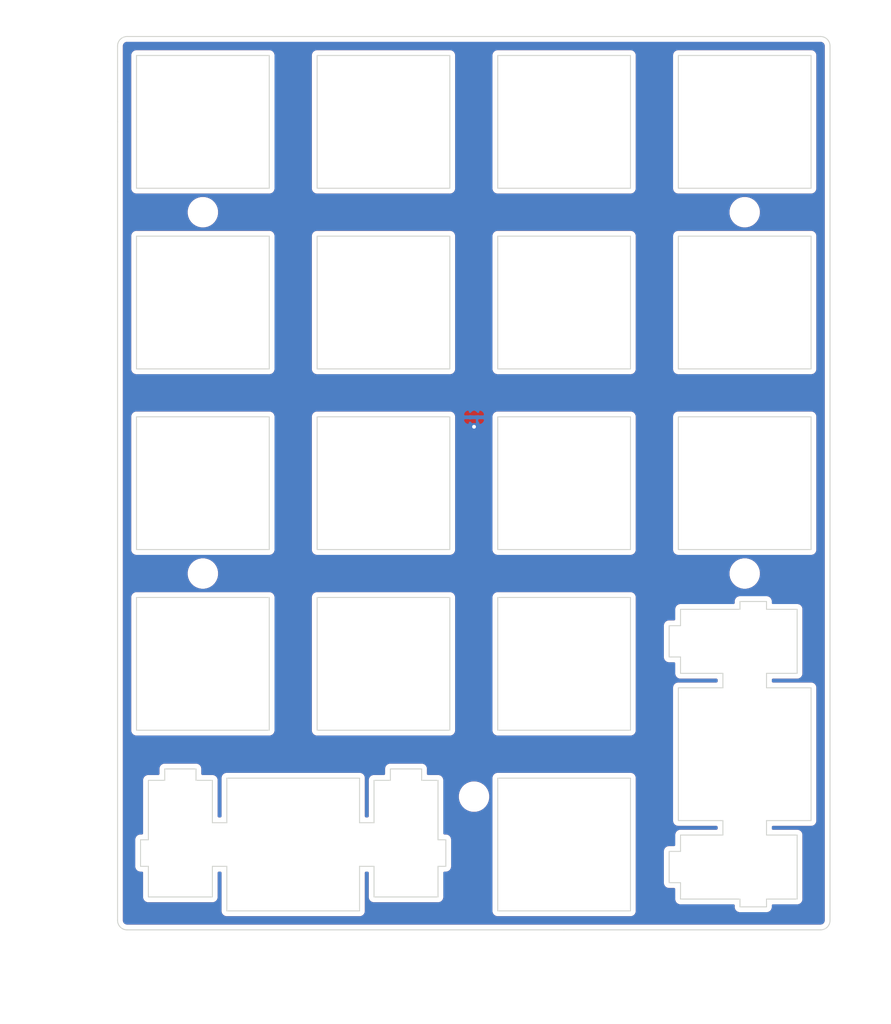
<source format=kicad_pcb>
(kicad_pcb (version 20171130) (host pcbnew "(5.1.7)-1")

  (general
    (thickness 1.6)
    (drawings 176)
    (tracks 4)
    (zones 0)
    (modules 6)
    (nets 2)
  )

  (page A4)
  (layers
    (0 F.Cu signal)
    (31 B.Cu signal)
    (32 B.Adhes user)
    (33 F.Adhes user)
    (34 B.Paste user)
    (35 F.Paste user)
    (36 B.SilkS user)
    (37 F.SilkS user)
    (38 B.Mask user)
    (39 F.Mask user)
    (40 Dwgs.User user)
    (41 Cmts.User user)
    (42 Eco1.User user)
    (43 Eco2.User user)
    (44 Edge.Cuts user)
    (45 Margin user)
    (46 B.CrtYd user)
    (47 F.CrtYd user)
    (48 B.Fab user)
    (49 F.Fab user)
  )

  (setup
    (last_trace_width 0.25)
    (trace_clearance 0.2)
    (zone_clearance 0.508)
    (zone_45_only no)
    (trace_min 0.2)
    (via_size 0.8)
    (via_drill 0.4)
    (via_min_size 0.4)
    (via_min_drill 0.3)
    (uvia_size 0.3)
    (uvia_drill 0.1)
    (uvias_allowed no)
    (uvia_min_size 0.2)
    (uvia_min_drill 0.1)
    (edge_width 0.05)
    (segment_width 0.2)
    (pcb_text_width 0.3)
    (pcb_text_size 1.5 1.5)
    (mod_edge_width 0.12)
    (mod_text_size 1 1)
    (mod_text_width 0.15)
    (pad_size 1.524 1.524)
    (pad_drill 0.762)
    (pad_to_mask_clearance 0)
    (aux_axis_origin 0 0)
    (grid_origin 203.606808 139.297527)
    (visible_elements 7FFFFFFF)
    (pcbplotparams
      (layerselection 0x010f0_ffffffff)
      (usegerberextensions false)
      (usegerberattributes false)
      (usegerberadvancedattributes false)
      (creategerberjobfile false)
      (excludeedgelayer true)
      (linewidth 0.100000)
      (plotframeref false)
      (viasonmask false)
      (mode 1)
      (useauxorigin false)
      (hpglpennumber 1)
      (hpglpenspeed 20)
      (hpglpendiameter 15.000000)
      (psnegative false)
      (psa4output false)
      (plotreference true)
      (plotvalue false)
      (plotinvisibletext false)
      (padsonsilk true)
      (subtractmaskfromsilk false)
      (outputformat 1)
      (mirror false)
      (drillshape 0)
      (scaleselection 1)
      (outputdirectory "gerbers/"))
  )

  (net 0 "")
  (net 1 GND)

  (net_class Default "This is the default net class."
    (clearance 0.2)
    (trace_width 0.25)
    (via_dia 0.8)
    (via_drill 0.4)
    (uvia_dia 0.3)
    (uvia_drill 0.1)
    (add_net GND)
  )

  (module Resistor_SMD:R_0201_0603Metric (layer B.Cu) (tedit 5F68FEEE) (tstamp 5FEC3884)
    (at 203.606808 99.297527)
    (descr "Resistor SMD 0201 (0603 Metric), square (rectangular) end terminal, IPC_7351 nominal, (Body size source: https://www.vishay.com/docs/20052/crcw0201e3.pdf), generated with kicad-footprint-generator")
    (tags resistor)
    (path /5FEC252A)
    (attr smd)
    (fp_text reference " " (at 0 1.05) (layer B.SilkS)
      (effects (font (size 1 1) (thickness 0.15)) (justify mirror))
    )
    (fp_text value R (at 0 -1.05) (layer B.Fab)
      (effects (font (size 1 1) (thickness 0.15)) (justify mirror))
    )
    (fp_text user %R (at 0 0.68) (layer B.Fab)
      (effects (font (size 0.25 0.25) (thickness 0.04)) (justify mirror))
    )
    (fp_line (start -0.3 -0.15) (end -0.3 0.15) (layer B.Fab) (width 0.1))
    (fp_line (start -0.3 0.15) (end 0.3 0.15) (layer B.Fab) (width 0.1))
    (fp_line (start 0.3 0.15) (end 0.3 -0.15) (layer B.Fab) (width 0.1))
    (fp_line (start 0.3 -0.15) (end -0.3 -0.15) (layer B.Fab) (width 0.1))
    (fp_line (start -0.7 -0.35) (end -0.7 0.35) (layer B.CrtYd) (width 0.05))
    (fp_line (start -0.7 0.35) (end 0.7 0.35) (layer B.CrtYd) (width 0.05))
    (fp_line (start 0.7 0.35) (end 0.7 -0.35) (layer B.CrtYd) (width 0.05))
    (fp_line (start 0.7 -0.35) (end -0.7 -0.35) (layer B.CrtYd) (width 0.05))
    (pad 2 smd roundrect (at 0.32 0) (size 0.46 0.4) (layers B.Cu B.Mask) (roundrect_rratio 0.25)
      (net 1 GND))
    (pad 1 smd roundrect (at -0.32 0) (size 0.46 0.4) (layers B.Cu B.Mask) (roundrect_rratio 0.25)
      (net 1 GND))
    (pad "" smd roundrect (at 0.345 0) (size 0.318 0.36) (layers B.Paste) (roundrect_rratio 0.25))
    (pad "" smd roundrect (at -0.345 0) (size 0.318 0.36) (layers B.Paste) (roundrect_rratio 0.25))
    (model ${KISYS3DMOD}/Resistor_SMD.3dshapes/R_0201_0603Metric.wrl
      (at (xyz 0 0 0))
      (scale (xyz 1 1 1))
      (rotate (xyz 0 0 0))
    )
  )

  (module MountingHole:MountingHole_2.2mm_M2 (layer F.Cu) (tedit 56D1B4CB) (tstamp 5FEC3873)
    (at 175.006533 77.673027)
    (descr "Mounting Hole 2.2mm, no annular, M2")
    (tags "mounting hole 2.2mm no annular m2")
    (path /5FEC8C0E)
    (attr virtual)
    (fp_text reference " " (at 0 -3.2) (layer F.SilkS)
      (effects (font (size 1 1) (thickness 0.15)))
    )
    (fp_text value MountingHole (at 0 3.2) (layer F.Fab)
      (effects (font (size 1 1) (thickness 0.15)))
    )
    (fp_text user %R (at 3.324525 0.29463) (layer F.Fab)
      (effects (font (size 1 1) (thickness 0.15)))
    )
    (fp_circle (center 0 0) (end 2.2 0) (layer Cmts.User) (width 0.15))
    (fp_circle (center 0 0) (end 2.45 0) (layer F.CrtYd) (width 0.05))
    (pad 1 np_thru_hole circle (at 0 0) (size 2.2 2.2) (drill 2.2) (layers *.Cu *.Mask))
  )

  (module MountingHole:MountingHole_2.2mm_M2 (layer F.Cu) (tedit 56D1B4CB) (tstamp 5FEC386B)
    (at 232.156333 115.773027)
    (descr "Mounting Hole 2.2mm, no annular, M2")
    (tags "mounting hole 2.2mm no annular m2")
    (path /5FEC831D)
    (attr virtual)
    (fp_text reference " " (at 0 -3.2) (layer F.SilkS)
      (effects (font (size 1 1) (thickness 0.15)))
    )
    (fp_text value MountingHole (at 0 3.2) (layer F.Fab)
      (effects (font (size 1 1) (thickness 0.15)))
    )
    (fp_text user %R (at 0.3 0) (layer F.Fab)
      (effects (font (size 1 1) (thickness 0.15)))
    )
    (fp_circle (center 0 0) (end 2.2 0) (layer Cmts.User) (width 0.15))
    (fp_circle (center 0 0) (end 2.45 0) (layer F.CrtYd) (width 0.05))
    (pad 1 np_thru_hole circle (at 0 0) (size 2.2 2.2) (drill 2.2) (layers *.Cu *.Mask))
  )

  (module MountingHole:MountingHole_2.2mm_M2 (layer F.Cu) (tedit 56D1B4CB) (tstamp 5FEC3863)
    (at 232.156333 77.673027)
    (descr "Mounting Hole 2.2mm, no annular, M2")
    (tags "mounting hole 2.2mm no annular m2")
    (path /5FEC8317)
    (attr virtual)
    (fp_text reference " " (at 0 -3.2) (layer F.SilkS)
      (effects (font (size 1 1) (thickness 0.15)))
    )
    (fp_text value MountingHole (at 0 3.2) (layer F.Fab)
      (effects (font (size 1 1) (thickness 0.15)))
    )
    (fp_text user %R (at 4.424325 -0.70537) (layer F.Fab)
      (effects (font (size 1 1) (thickness 0.15)))
    )
    (fp_circle (center 0 0) (end 2.2 0) (layer Cmts.User) (width 0.15))
    (fp_circle (center 0 0) (end 2.45 0) (layer F.CrtYd) (width 0.05))
    (pad 1 np_thru_hole circle (at 0 0) (size 2.2 2.2) (drill 2.2) (layers *.Cu *.Mask))
  )

  (module MountingHole:MountingHole_2.2mm_M2 (layer F.Cu) (tedit 56D1B4CB) (tstamp 5FEC385B)
    (at 175.006532 115.773027)
    (descr "Mounting Hole 2.2mm, no annular, M2")
    (tags "mounting hole 2.2mm no annular m2")
    (path /5FEC69EE)
    (attr virtual)
    (fp_text reference " " (at 0 -3.2) (layer F.SilkS)
      (effects (font (size 1 1) (thickness 0.15)))
    )
    (fp_text value MountingHole (at 0 3.2) (layer F.Fab)
      (effects (font (size 1 1) (thickness 0.15)))
    )
    (fp_text user %R (at 0.3 0) (layer F.Fab)
      (effects (font (size 1 1) (thickness 0.15)))
    )
    (fp_circle (center 0 0) (end 2.2 0) (layer Cmts.User) (width 0.15))
    (fp_circle (center 0 0) (end 2.45 0) (layer F.CrtYd) (width 0.05))
    (pad 1 np_thru_hole circle (at 0 0) (size 2.2 2.2) (drill 2.2) (layers *.Cu *.Mask))
  )

  (module MountingHole:MountingHole_2.2mm_M2 (layer F.Cu) (tedit 56D1B4CB) (tstamp 5FEC3853)
    (at 203.606808 139.297527)
    (descr "Mounting Hole 2.2mm, no annular, M2")
    (tags "mounting hole 2.2mm no annular m2")
    (path /5FEC64A3)
    (attr virtual)
    (fp_text reference " " (at 0 -3.2) (layer F.SilkS)
      (effects (font (size 1 1) (thickness 0.15)))
    )
    (fp_text value MountingHole (at 0 3.2) (layer F.Fab)
      (effects (font (size 1 1) (thickness 0.15)))
    )
    (fp_text user %R (at 0.3 0) (layer F.Fab)
      (effects (font (size 1 1) (thickness 0.15)))
    )
    (fp_circle (center 0 0) (end 2.2 0) (layer Cmts.User) (width 0.15))
    (fp_circle (center 0 0) (end 2.45 0) (layer F.CrtYd) (width 0.05))
    (pad 1 np_thru_hole circle (at 0 0) (size 2.2 2.2) (drill 2.2) (layers *.Cu *.Mask))
  )

  (gr_line (start 239.156108 75.147677) (end 225.156808 75.147677) (layer Edge.Cuts) (width 0.1))
  (gr_line (start 187.056808 132.297877) (end 187.056808 118.298477) (layer Edge.Cuts) (width 0.1))
  (gr_line (start 200.631808 146.647497) (end 199.806408 146.647497) (layer Edge.Cuts) (width 0.1))
  (gr_line (start 199.806408 143.848737) (end 200.631808 143.848737) (layer Edge.Cuts) (width 0.1))
  (gr_line (start 199.806408 146.647497) (end 199.806408 149.877697) (layer Edge.Cuts) (width 0.1))
  (gr_line (start 200.631808 143.848737) (end 200.631808 146.647497) (layer Edge.Cuts) (width 0.1))
  (gr_line (start 193.056708 149.877697) (end 193.056708 146.647497) (layer Edge.Cuts) (width 0.1))
  (gr_line (start 199.806408 149.877697) (end 193.056708 149.877697) (layer Edge.Cuts) (width 0.1))
  (gr_line (start 199.806408 137.578667) (end 199.806408 143.848737) (layer Edge.Cuts) (width 0.1))
  (gr_line (start 198.081108 137.578667) (end 199.806408 137.578667) (layer Edge.Cuts) (width 0.1))
  (gr_line (start 198.081108 136.378397) (end 198.081108 137.578667) (layer Edge.Cuts) (width 0.1))
  (gr_line (start 193.056708 146.647497) (end 191.531208 146.647497) (layer Edge.Cuts) (width 0.1))
  (gr_line (start 194.782008 137.578667) (end 194.782008 136.378397) (layer Edge.Cuts) (width 0.1))
  (gr_line (start 168.006758 99.248377) (end 182.006308 99.248377) (layer Edge.Cuts) (width 0.1))
  (gr_line (start 187.056808 113.247677) (end 187.056808 99.248377) (layer Edge.Cuts) (width 0.1))
  (gr_line (start 206.106808 113.247677) (end 206.106808 99.248377) (layer Edge.Cuts) (width 0.1))
  (gr_line (start 206.106808 99.248377) (end 220.106108 99.248377) (layer Edge.Cuts) (width 0.1))
  (gr_line (start 225.156808 113.247677) (end 225.156808 99.248377) (layer Edge.Cuts) (width 0.1))
  (gr_line (start 201.056108 113.247677) (end 187.056808 113.247677) (layer Edge.Cuts) (width 0.1))
  (gr_line (start 201.056108 99.248377) (end 201.056108 113.247677) (layer Edge.Cuts) (width 0.1))
  (gr_line (start 187.056808 99.248377) (end 201.056108 99.248377) (layer Edge.Cuts) (width 0.1))
  (gr_line (start 220.106108 113.247677) (end 206.106808 113.247677) (layer Edge.Cuts) (width 0.1))
  (gr_line (start 239.156108 113.247677) (end 225.156808 113.247677) (layer Edge.Cuts) (width 0.1))
  (gr_line (start 220.106108 99.248377) (end 220.106108 113.247677) (layer Edge.Cuts) (width 0.1))
  (gr_line (start 168.006758 118.298477) (end 182.006308 118.298477) (layer Edge.Cuts) (width 0.1))
  (gr_line (start 234.457108 150.923407) (end 234.457108 150.097957) (layer Edge.Cuts) (width 0.1))
  (gr_line (start 201.056108 132.297877) (end 187.056808 132.297877) (layer Edge.Cuts) (width 0.1))
  (gr_line (start 201.056108 118.298477) (end 201.056108 132.297877) (layer Edge.Cuts) (width 0.1))
  (gr_line (start 234.457108 150.097957) (end 237.687108 150.097957) (layer Edge.Cuts) (width 0.1))
  (gr_line (start 220.106108 132.297877) (end 206.106808 132.297877) (layer Edge.Cuts) (width 0.1))
  (gr_line (start 229.857208 126.297877) (end 229.857208 127.823377) (layer Edge.Cuts) (width 0.1))
  (gr_line (start 239.156108 141.822877) (end 239.156108 127.823377) (layer Edge.Cuts) (width 0.1))
  (gr_line (start 237.687108 119.548177) (end 234.457108 119.548177) (layer Edge.Cuts) (width 0.1))
  (gr_line (start 237.687108 126.297877) (end 237.687108 119.548177) (layer Edge.Cuts) (width 0.1))
  (gr_line (start 187.056808 118.298477) (end 201.056108 118.298477) (layer Edge.Cuts) (width 0.1))
  (gr_line (start 237.687108 143.348377) (end 234.457108 143.348377) (layer Edge.Cuts) (width 0.1))
  (gr_line (start 206.106808 132.297877) (end 206.106808 118.298477) (layer Edge.Cuts) (width 0.1))
  (gr_line (start 220.106108 118.298477) (end 220.106108 132.297877) (layer Edge.Cuts) (width 0.1))
  (gr_line (start 225.156808 141.822877) (end 229.857208 141.822877) (layer Edge.Cuts) (width 0.1))
  (gr_line (start 206.106808 118.298477) (end 220.106108 118.298477) (layer Edge.Cuts) (width 0.1))
  (gr_line (start 234.457108 118.722777) (end 231.657108 118.722777) (layer Edge.Cuts) (width 0.1))
  (gr_line (start 234.457108 119.548177) (end 234.457108 118.722777) (layer Edge.Cuts) (width 0.1))
  (gr_line (start 225.386808 150.097957) (end 231.657108 150.097957) (layer Edge.Cuts) (width 0.1))
  (gr_line (start 229.857208 141.822877) (end 229.857208 143.348377) (layer Edge.Cuts) (width 0.1))
  (gr_line (start 225.156808 127.823377) (end 225.156808 141.822877) (layer Edge.Cuts) (width 0.1))
  (gr_line (start 225.386808 126.297877) (end 229.857208 126.297877) (layer Edge.Cuts) (width 0.1))
  (gr_line (start 225.386808 143.348377) (end 225.386808 145.073627) (layer Edge.Cuts) (width 0.1))
  (gr_line (start 231.657108 150.923407) (end 234.457108 150.923407) (layer Edge.Cuts) (width 0.1))
  (gr_line (start 234.457108 127.823377) (end 234.457108 126.297877) (layer Edge.Cuts) (width 0.1))
  (gr_line (start 224.186708 148.372667) (end 225.386808 148.372667) (layer Edge.Cuts) (width 0.1))
  (gr_line (start 234.457108 126.297877) (end 237.687108 126.297877) (layer Edge.Cuts) (width 0.1))
  (gr_line (start 234.457108 141.822877) (end 239.156108 141.822877) (layer Edge.Cuts) (width 0.1))
  (gr_line (start 225.386808 148.372667) (end 225.386808 150.097957) (layer Edge.Cuts) (width 0.1))
  (gr_line (start 224.186708 145.073627) (end 224.186708 148.372667) (layer Edge.Cuts) (width 0.1))
  (gr_line (start 234.457108 143.348377) (end 234.457108 141.822877) (layer Edge.Cuts) (width 0.1))
  (gr_line (start 229.857208 127.823377) (end 225.156808 127.823377) (layer Edge.Cuts) (width 0.1))
  (gr_line (start 237.687108 150.097957) (end 237.687108 143.348377) (layer Edge.Cuts) (width 0.1))
  (gr_line (start 225.386808 145.073627) (end 224.186708 145.073627) (layer Edge.Cuts) (width 0.1))
  (gr_line (start 229.857208 143.348377) (end 225.386808 143.348377) (layer Edge.Cuts) (width 0.1))
  (gr_line (start 231.657108 150.097957) (end 231.657108 150.923407) (layer Edge.Cuts) (width 0.1))
  (gr_line (start 239.156108 99.248377) (end 239.156108 113.247677) (layer Edge.Cuts) (width 0.1))
  (gr_line (start 225.156808 99.248377) (end 239.156108 99.248377) (layer Edge.Cuts) (width 0.1))
  (gr_line (start 168.006758 132.297877) (end 168.006758 118.298477) (layer Edge.Cuts) (width 0.1))
  (gr_line (start 182.006308 132.297877) (end 168.006758 132.297877) (layer Edge.Cuts) (width 0.1))
  (gr_line (start 239.156108 127.823377) (end 234.457108 127.823377) (layer Edge.Cuts) (width 0.1))
  (gr_line (start 182.006308 118.298477) (end 182.006308 132.297877) (layer Edge.Cuts) (width 0.1))
  (gr_line (start 225.156808 75.147677) (end 225.156808 61.148377) (layer Edge.Cuts) (width 0.1))
  (gr_line (start 220.106108 75.147677) (end 206.106808 75.147677) (layer Edge.Cuts) (width 0.1))
  (gr_line (start 201.056108 80.196977) (end 201.056108 94.197677) (layer Edge.Cuts) (width 0.1))
  (gr_line (start 220.106108 94.197677) (end 206.106808 94.197677) (layer Edge.Cuts) (width 0.1))
  (gr_line (start 220.106108 80.196977) (end 220.106108 94.197677) (layer Edge.Cuts) (width 0.1))
  (gr_line (start 182.006308 113.247677) (end 168.006758 113.247677) (layer Edge.Cuts) (width 0.1))
  (gr_circle (center 213.106333 68.148026) (end 215.106333 68.148026) (layer Dwgs.User) (width 0.1))
  (gr_line (start 225.156808 94.197677) (end 225.156808 80.196977) (layer Edge.Cuts) (width 0.1))
  (gr_line (start 168.006758 94.197677) (end 168.006758 80.196977) (layer Edge.Cuts) (width 0.1))
  (gr_line (start 206.106808 75.147677) (end 206.106808 61.148377) (layer Edge.Cuts) (width 0.1))
  (gr_line (start 220.106108 61.148377) (end 220.106108 75.147677) (layer Edge.Cuts) (width 0.1))
  (gr_line (start 168.006758 113.247677) (end 168.006758 99.248377) (layer Edge.Cuts) (width 0.1))
  (gr_line (start 182.006308 80.196977) (end 182.006308 94.197677) (layer Edge.Cuts) (width 0.1))
  (gr_line (start 239.156108 80.196977) (end 239.156108 94.197677) (layer Edge.Cuts) (width 0.1))
  (gr_line (start 201.056108 94.197677) (end 187.056808 94.197677) (layer Edge.Cuts) (width 0.1))
  (gr_circle (center 175.006533 68.148026) (end 177.006533 68.148026) (layer Dwgs.User) (width 0.1))
  (gr_line (start 206.106808 61.148377) (end 220.106108 61.148377) (layer Edge.Cuts) (width 0.1))
  (gr_line (start 187.056808 80.196977) (end 201.056108 80.196977) (layer Edge.Cuts) (width 0.1))
  (gr_circle (center 194.056333 87.198027) (end 196.056333 87.198027) (layer Dwgs.User) (width 0.1))
  (gr_circle (center 213.106333 87.198027) (end 215.106333 87.198027) (layer Dwgs.User) (width 0.1))
  (gr_circle (center 232.156333 87.198027) (end 234.156333 87.198027) (layer Dwgs.User) (width 0.1))
  (gr_line (start 225.156808 80.196977) (end 239.156108 80.196977) (layer Edge.Cuts) (width 0.1))
  (gr_circle (center 232.156333 68.148026) (end 234.156333 68.148026) (layer Dwgs.User) (width 0.1))
  (gr_line (start 168.006758 61.148377) (end 182.006308 61.148377) (layer Edge.Cuts) (width 0.1))
  (gr_line (start 168.006758 80.196977) (end 182.006308 80.196977) (layer Edge.Cuts) (width 0.1))
  (gr_line (start 168.006758 75.147677) (end 168.006758 61.148377) (layer Edge.Cuts) (width 0.1))
  (gr_line (start 225.156808 61.148377) (end 239.156108 61.148377) (layer Edge.Cuts) (width 0.1))
  (gr_line (start 239.156108 94.197677) (end 225.156808 94.197677) (layer Edge.Cuts) (width 0.1))
  (gr_line (start 187.056808 94.197677) (end 187.056808 80.196977) (layer Edge.Cuts) (width 0.1))
  (gr_circle (center 175.006532 106.248027) (end 177.006532 106.248027) (layer Dwgs.User) (width 0.1))
  (gr_circle (center 175.006532 87.198027) (end 177.006532 87.198027) (layer Dwgs.User) (width 0.1))
  (gr_line (start 201.056108 61.148377) (end 201.056108 75.147677) (layer Edge.Cuts) (width 0.1))
  (gr_line (start 206.106808 94.197677) (end 206.106808 80.196977) (layer Edge.Cuts) (width 0.1))
  (gr_line (start 206.106808 80.196977) (end 220.106108 80.196977) (layer Edge.Cuts) (width 0.1))
  (gr_circle (center 184.531433 144.348187) (end 186.531433 144.348187) (layer Dwgs.User) (width 0.1))
  (gr_circle (center 194.056333 125.298227) (end 196.056333 125.298227) (layer Dwgs.User) (width 0.1))
  (gr_line (start 187.056808 75.147677) (end 187.056808 61.148377) (layer Edge.Cuts) (width 0.1))
  (gr_line (start 182.006308 94.197677) (end 168.006758 94.197677) (layer Edge.Cuts) (width 0.1))
  (gr_line (start 187.056808 61.148377) (end 201.056108 61.148377) (layer Edge.Cuts) (width 0.1))
  (gr_circle (center 175.006532 125.298227) (end 177.006532 125.298227) (layer Dwgs.User) (width 0.1))
  (gr_circle (center 194.056333 68.148026) (end 196.056333 68.148026) (layer Dwgs.User) (width 0.1))
  (gr_circle (center 213.106333 125.298227) (end 215.106333 125.298227) (layer Dwgs.User) (width 0.1))
  (gr_circle (center 232.156333 134.823227) (end 234.156333 134.823227) (layer Dwgs.User) (width 0.1))
  (gr_circle (center 232.156333 106.248027) (end 234.156333 106.248027) (layer Dwgs.User) (width 0.1))
  (gr_circle (center 213.106333 106.248027) (end 215.106333 106.248027) (layer Dwgs.User) (width 0.1))
  (gr_circle (center 194.056333 106.248027) (end 196.056333 106.248027) (layer Dwgs.User) (width 0.1))
  (gr_line (start 182.006308 99.248377) (end 182.006308 113.247677) (layer Edge.Cuts) (width 0.1))
  (gr_line (start 174.280958 136.378397) (end 174.280958 137.578667) (layer Edge.Cuts) (width 0.1))
  (gr_line (start 174.280958 137.578667) (end 176.006308 137.578667) (layer Edge.Cuts) (width 0.1))
  (gr_line (start 193.056708 137.578667) (end 194.782008 137.578667) (layer Edge.Cuts) (width 0.1))
  (gr_line (start 193.056708 142.049007) (end 193.056708 137.578667) (layer Edge.Cuts) (width 0.1))
  (gr_line (start 170.981948 137.578667) (end 170.981948 136.378397) (layer Edge.Cuts) (width 0.1))
  (gr_line (start 176.006308 142.049007) (end 177.531808 142.049007) (layer Edge.Cuts) (width 0.1))
  (gr_line (start 191.531208 142.049007) (end 193.056708 142.049007) (layer Edge.Cuts) (width 0.1))
  (gr_line (start 176.006308 137.578667) (end 176.006308 142.049007) (layer Edge.Cuts) (width 0.1))
  (gr_line (start 170.981948 136.378397) (end 174.280958 136.378397) (layer Edge.Cuts) (width 0.1))
  (gr_line (start 182.006308 75.147677) (end 168.006758 75.147677) (layer Edge.Cuts) (width 0.1))
  (gr_circle (center 203.606808 139.297527) (end 206.106808 139.297527) (layer Dwgs.User) (width 0.1))
  (gr_line (start 166.006533 153.348187) (end 167.006533 153.348187) (layer Dwgs.User) (width 0.1))
  (gr_line (start 169.256658 137.578667) (end 170.981948 137.578667) (layer Edge.Cuts) (width 0.1))
  (gr_line (start 169.256658 143.848737) (end 169.256658 137.578667) (layer Edge.Cuts) (width 0.1))
  (gr_line (start 168.431198 143.848737) (end 169.256658 143.848737) (layer Edge.Cuts) (width 0.1))
  (gr_line (start 168.431198 146.647497) (end 168.431198 143.848737) (layer Edge.Cuts) (width 0.1))
  (gr_line (start 201.056108 75.147677) (end 187.056808 75.147677) (layer Edge.Cuts) (width 0.1))
  (gr_line (start 176.006308 149.877697) (end 169.256658 149.877697) (layer Edge.Cuts) (width 0.1))
  (gr_circle (center 175.006532 115.773027) (end 177.506532 115.773027) (layer Dwgs.User) (width 0.1))
  (gr_circle (center 175.006532 115.773027) (end 176.106532 115.773027) (layer Dwgs.User) (width 0.1))
  (gr_circle (center 232.156333 77.673027) (end 233.256333 77.673027) (layer Dwgs.User) (width 0.1))
  (gr_line (start 169.256658 146.647497) (end 168.431198 146.647497) (layer Edge.Cuts) (width 0.1))
  (gr_line (start 169.256658 149.877697) (end 169.256658 146.647497) (layer Edge.Cuts) (width 0.1))
  (gr_circle (center 175.006533 77.673027) (end 176.106533 77.673027) (layer Dwgs.User) (width 0.1))
  (gr_line (start 176.006308 146.647497) (end 176.006308 149.877697) (layer Edge.Cuts) (width 0.1))
  (gr_line (start 177.531808 146.647497) (end 176.006308 146.647497) (layer Edge.Cuts) (width 0.1))
  (gr_circle (center 175.006533 77.673027) (end 177.506533 77.673027) (layer Dwgs.User) (width 0.1))
  (gr_circle (center 232.156333 115.773027) (end 233.256333 115.773027) (layer Dwgs.User) (width 0.1))
  (gr_circle (center 203.606808 139.297527) (end 204.706808 139.297527) (layer Dwgs.User) (width 0.1))
  (gr_circle (center 232.156333 77.673027) (end 234.656333 77.673027) (layer Dwgs.User) (width 0.1))
  (gr_circle (center 232.156333 115.773027) (end 234.656333 115.773027) (layer Dwgs.User) (width 0.1))
  (gr_arc (start 240.156333 60.148026) (end 241.156333 60.148026) (angle -90) (layer Edge.Cuts) (width 0.1))
  (gr_arc (start 167.006533 152.348187) (end 166.006533 152.348187) (angle -90) (layer Edge.Cuts) (width 0.1))
  (gr_line (start 166.006533 152.348187) (end 166.006533 68.148026) (layer Edge.Cuts) (width 0.1))
  (gr_line (start 213.106333 153.348187) (end 167.006533 153.348187) (layer Edge.Cuts) (width 0.1))
  (gr_arc (start 240.156333 152.348187) (end 240.156333 153.348187) (angle -90) (layer Edge.Cuts) (width 0.1))
  (gr_line (start 241.156333 152.348187) (end 241.156333 60.148026) (layer Edge.Cuts) (width 0.1))
  (gr_line (start 166.006533 68.148026) (end 166.006533 60.148026) (layer Edge.Cuts) (width 0.1))
  (gr_line (start 213.106333 153.348187) (end 240.156333 153.348187) (layer Edge.Cuts) (width 0.1))
  (gr_line (start 167.006533 59.148026) (end 240.156333 59.148026) (layer Edge.Cuts) (width 0.1))
  (gr_arc (start 167.006533 60.148026) (end 167.006533 59.148026) (angle -90) (layer Edge.Cuts) (width 0.1))
  (gr_line (start 182.006308 75.147677) (end 182.006308 61.148377) (layer Edge.Cuts) (width 0.1))
  (gr_line (start 239.156108 75.147677) (end 239.156108 61.148377) (layer Edge.Cuts) (width 0.1))
  (gr_circle (center 213.106333 144.348187) (end 215.106333 144.348187) (layer Dwgs.User) (width 0.1))
  (gr_line (start 166.006533 152.348187) (end 166.006533 153.348187) (layer Dwgs.User) (width 0.1))
  (gr_line (start 191.531208 151.347837) (end 191.531208 146.647367) (layer Edge.Cuts) (width 0.1))
  (gr_line (start 177.531808 151.347837) (end 191.531208 151.347837) (layer Edge.Cuts) (width 0.1))
  (gr_line (start 191.531208 137.348377) (end 177.531808 137.348377) (layer Edge.Cuts) (width 0.1))
  (gr_line (start 206.106808 151.347837) (end 206.106808 137.348377) (layer Edge.Cuts) (width 0.1))
  (gr_line (start 220.106108 151.347837) (end 206.106808 151.347837) (layer Edge.Cuts) (width 0.1))
  (gr_line (start 206.106808 137.348377) (end 220.106108 137.348377) (layer Edge.Cuts) (width 0.1))
  (gr_line (start 177.531808 137.348377) (end 177.531808 142.048877) (layer Edge.Cuts) (width 0.1))
  (gr_line (start 191.531208 142.048877) (end 191.531208 137.348377) (layer Edge.Cuts) (width 0.1))
  (gr_line (start 225.386808 124.572577) (end 225.386808 126.297877) (layer Edge.Cuts) (width 0.1))
  (gr_line (start 224.186708 124.572577) (end 225.386808 124.572577) (layer Edge.Cuts) (width 0.1))
  (gr_line (start 224.186708 121.273577) (end 224.186708 124.572577) (layer Edge.Cuts) (width 0.1))
  (gr_line (start 225.386808 121.273577) (end 224.186708 121.273577) (layer Edge.Cuts) (width 0.1))
  (gr_line (start 225.386808 119.548177) (end 225.386808 121.273577) (layer Edge.Cuts) (width 0.1))
  (gr_line (start 231.657108 119.548177) (end 225.386808 119.548177) (layer Edge.Cuts) (width 0.1))
  (gr_line (start 231.657108 118.722777) (end 231.657108 119.548177) (layer Edge.Cuts) (width 0.1))
  (gr_line (start 177.531808 146.647367) (end 177.531808 151.347837) (layer Edge.Cuts) (width 0.1))
  (gr_line (start 220.106108 137.348377) (end 220.106108 151.347837) (layer Edge.Cuts) (width 0.1))
  (gr_line (start 194.782008 136.378397) (end 198.081108 136.378397) (layer Edge.Cuts) (width 0.1))

  (segment (start 203.286808 99.297527) (end 203.926808 99.297527) (width 0.25) (layer B.Cu) (net 1))
  (via (at 203.606808 100.297527) (size 0.8) (drill 0.4) (layers F.Cu B.Cu) (net 1))
  (segment (start 203.926808 99.977527) (end 203.606808 100.297527) (width 0.25) (layer B.Cu) (net 1))
  (segment (start 203.926808 99.297527) (end 203.926808 99.977527) (width 0.25) (layer B.Cu) (net 1))

  (zone (net 1) (net_name GND) (layer F.Cu) (tstamp 5FEC3A79) (hatch edge 0.508)
    (connect_pads (clearance 0.508))
    (min_thickness 0.254)
    (fill yes (arc_segments 32) (thermal_gap 0.508) (thermal_bridge_width 0.508))
    (polygon
      (pts
        (xy 247.606808 163.297527) (xy 153.606808 163.297527) (xy 153.606808 55.297527) (xy 247.606808 55.297527)
      )
    )
    (filled_polygon
      (pts
        (xy 240.21688 59.842248) (xy 240.275119 59.859831) (xy 240.328834 59.888392) (xy 240.375979 59.926842) (xy 240.414757 59.973717)
        (xy 240.443691 60.02723) (xy 240.461682 60.085349) (xy 240.471334 60.17718) (xy 240.471333 152.314682) (xy 240.462111 152.408733)
        (xy 240.444527 152.466974) (xy 240.415968 152.520687) (xy 240.377516 152.567833) (xy 240.330643 152.60661) (xy 240.277129 152.635545)
        (xy 240.21901 152.653536) (xy 240.127188 152.663187) (xy 167.040038 152.663187) (xy 166.945987 152.653965) (xy 166.887746 152.636381)
        (xy 166.834033 152.607822) (xy 166.786887 152.56937) (xy 166.74811 152.522497) (xy 166.719175 152.468983) (xy 166.701184 152.410864)
        (xy 166.691533 152.319042) (xy 166.691533 143.848737) (xy 167.742884 143.848737) (xy 167.746199 143.882394) (xy 167.746198 146.61385)
        (xy 167.742884 146.647497) (xy 167.75611 146.78178) (xy 167.795279 146.910903) (xy 167.858886 147.029904) (xy 167.944487 147.134208)
        (xy 168.048791 147.219809) (xy 168.167792 147.283416) (xy 168.296915 147.322585) (xy 168.431198 147.335811) (xy 168.464845 147.332497)
        (xy 168.571659 147.332497) (xy 168.571658 149.84405) (xy 168.568344 149.877697) (xy 168.58157 150.01198) (xy 168.620739 150.141103)
        (xy 168.684346 150.260104) (xy 168.769947 150.364408) (xy 168.858029 150.436696) (xy 168.874251 150.450009) (xy 168.993252 150.513616)
        (xy 169.122375 150.552785) (xy 169.256658 150.566011) (xy 169.290305 150.562697) (xy 175.972661 150.562697) (xy 176.006308 150.566011)
        (xy 176.140591 150.552785) (xy 176.269714 150.513616) (xy 176.388715 150.450009) (xy 176.493019 150.364408) (xy 176.57862 150.260104)
        (xy 176.642227 150.141103) (xy 176.681396 150.01198) (xy 176.691308 149.911344) (xy 176.691308 149.911343) (xy 176.694622 149.877697)
        (xy 176.691308 149.84405) (xy 176.691308 147.332497) (xy 176.846808 147.332497) (xy 176.846809 151.31418) (xy 176.843494 151.347837)
        (xy 176.85672 151.48212) (xy 176.895889 151.611243) (xy 176.959496 151.730244) (xy 177.045097 151.834548) (xy 177.149401 151.920149)
        (xy 177.268402 151.983756) (xy 177.397525 152.022925) (xy 177.498161 152.032837) (xy 177.531808 152.036151) (xy 177.565455 152.032837)
        (xy 191.497561 152.032837) (xy 191.531208 152.036151) (xy 191.564855 152.032837) (xy 191.665491 152.022925) (xy 191.794614 151.983756)
        (xy 191.913615 151.920149) (xy 192.017919 151.834548) (xy 192.10352 151.730244) (xy 192.167127 151.611243) (xy 192.206296 151.48212)
        (xy 192.219522 151.347837) (xy 192.216208 151.31419) (xy 192.216208 147.332497) (xy 192.371709 147.332497) (xy 192.371708 149.84405)
        (xy 192.368394 149.877697) (xy 192.38162 150.01198) (xy 192.420789 150.141103) (xy 192.484396 150.260104) (xy 192.569997 150.364408)
        (xy 192.658079 150.436696) (xy 192.674301 150.450009) (xy 192.793302 150.513616) (xy 192.922425 150.552785) (xy 193.056708 150.566011)
        (xy 193.090355 150.562697) (xy 199.772761 150.562697) (xy 199.806408 150.566011) (xy 199.940691 150.552785) (xy 200.069814 150.513616)
        (xy 200.188815 150.450009) (xy 200.293119 150.364408) (xy 200.37872 150.260104) (xy 200.442327 150.141103) (xy 200.481496 150.01198)
        (xy 200.491408 149.911344) (xy 200.491408 149.911343) (xy 200.494722 149.877697) (xy 200.491408 149.84405) (xy 200.491408 147.332497)
        (xy 200.598161 147.332497) (xy 200.631808 147.335811) (xy 200.766091 147.322585) (xy 200.895214 147.283416) (xy 201.014215 147.219809)
        (xy 201.118519 147.134208) (xy 201.20412 147.029904) (xy 201.267727 146.910903) (xy 201.306896 146.78178) (xy 201.316808 146.681144)
        (xy 201.316808 146.681143) (xy 201.320122 146.647497) (xy 201.316808 146.61385) (xy 201.316808 143.882383) (xy 201.320122 143.848737)
        (xy 201.306896 143.714454) (xy 201.267727 143.585331) (xy 201.20412 143.46633) (xy 201.118519 143.362026) (xy 201.014215 143.276425)
        (xy 200.895214 143.212818) (xy 200.766091 143.173649) (xy 200.665455 143.163737) (xy 200.631808 143.160423) (xy 200.598161 143.163737)
        (xy 200.491408 143.163737) (xy 200.491408 139.126644) (xy 201.871808 139.126644) (xy 201.871808 139.46841) (xy 201.938483 139.803608)
        (xy 202.069271 140.119358) (xy 202.259145 140.403525) (xy 202.50081 140.64519) (xy 202.784977 140.835064) (xy 203.100727 140.965852)
        (xy 203.435925 141.032527) (xy 203.777691 141.032527) (xy 204.112889 140.965852) (xy 204.428639 140.835064) (xy 204.712806 140.64519)
        (xy 204.954471 140.403525) (xy 205.144345 140.119358) (xy 205.275133 139.803608) (xy 205.341808 139.46841) (xy 205.341808 139.126644)
        (xy 205.275133 138.791446) (xy 205.144345 138.475696) (xy 204.954471 138.191529) (xy 204.712806 137.949864) (xy 204.428639 137.75999)
        (xy 204.112889 137.629202) (xy 203.777691 137.562527) (xy 203.435925 137.562527) (xy 203.100727 137.629202) (xy 202.784977 137.75999)
        (xy 202.50081 137.949864) (xy 202.259145 138.191529) (xy 202.069271 138.475696) (xy 201.938483 138.791446) (xy 201.871808 139.126644)
        (xy 200.491408 139.126644) (xy 200.491408 137.612313) (xy 200.494722 137.578667) (xy 200.481496 137.444384) (xy 200.452373 137.348377)
        (xy 205.418494 137.348377) (xy 205.421809 137.382034) (xy 205.421808 151.31419) (xy 205.418494 151.347837) (xy 205.43172 151.48212)
        (xy 205.470889 151.611243) (xy 205.534496 151.730244) (xy 205.620097 151.834548) (xy 205.722433 151.918534) (xy 205.724401 151.920149)
        (xy 205.843402 151.983756) (xy 205.972525 152.022925) (xy 206.106808 152.036151) (xy 206.140455 152.032837) (xy 220.072461 152.032837)
        (xy 220.106108 152.036151) (xy 220.240391 152.022925) (xy 220.369514 151.983756) (xy 220.488515 151.920149) (xy 220.592819 151.834548)
        (xy 220.67842 151.730244) (xy 220.742027 151.611243) (xy 220.781196 151.48212) (xy 220.791108 151.381484) (xy 220.791108 151.381483)
        (xy 220.794422 151.347837) (xy 220.791108 151.31419) (xy 220.791108 137.382024) (xy 220.794422 137.348377) (xy 220.781196 137.214094)
        (xy 220.742027 137.084971) (xy 220.67842 136.96597) (xy 220.592819 136.861666) (xy 220.488515 136.776065) (xy 220.369514 136.712458)
        (xy 220.240391 136.673289) (xy 220.139755 136.663377) (xy 220.106108 136.660063) (xy 220.072461 136.663377) (xy 206.140455 136.663377)
        (xy 206.106808 136.660063) (xy 206.073161 136.663377) (xy 205.972525 136.673289) (xy 205.843402 136.712458) (xy 205.724401 136.776065)
        (xy 205.620097 136.861666) (xy 205.534496 136.96597) (xy 205.470889 137.084971) (xy 205.43172 137.214094) (xy 205.418494 137.348377)
        (xy 200.452373 137.348377) (xy 200.442327 137.315261) (xy 200.37872 137.19626) (xy 200.293119 137.091956) (xy 200.188815 137.006355)
        (xy 200.069814 136.942748) (xy 199.940691 136.903579) (xy 199.840055 136.893667) (xy 199.806408 136.890353) (xy 199.772761 136.893667)
        (xy 198.766108 136.893667) (xy 198.766108 136.412044) (xy 198.769422 136.378397) (xy 198.756196 136.244114) (xy 198.717027 136.114991)
        (xy 198.65342 135.99599) (xy 198.567819 135.891686) (xy 198.463515 135.806085) (xy 198.344514 135.742478) (xy 198.215391 135.703309)
        (xy 198.114755 135.693397) (xy 198.081108 135.690083) (xy 198.047461 135.693397) (xy 194.815655 135.693397) (xy 194.782008 135.690083)
        (xy 194.748361 135.693397) (xy 194.647725 135.703309) (xy 194.518602 135.742478) (xy 194.399601 135.806085) (xy 194.295297 135.891686)
        (xy 194.209696 135.99599) (xy 194.146089 136.114991) (xy 194.10692 136.244114) (xy 194.093694 136.378397) (xy 194.097009 136.412054)
        (xy 194.097009 136.893667) (xy 193.090355 136.893667) (xy 193.056708 136.890353) (xy 193.023061 136.893667) (xy 192.922425 136.903579)
        (xy 192.793302 136.942748) (xy 192.674301 137.006355) (xy 192.569997 137.091956) (xy 192.484396 137.19626) (xy 192.420789 137.315261)
        (xy 192.38162 137.444384) (xy 192.368394 137.578667) (xy 192.371709 137.612324) (xy 192.371708 141.364007) (xy 192.216208 141.364007)
        (xy 192.216208 137.382024) (xy 192.219522 137.348377) (xy 192.206296 137.214094) (xy 192.167127 137.084971) (xy 192.10352 136.96597)
        (xy 192.017919 136.861666) (xy 191.913615 136.776065) (xy 191.794614 136.712458) (xy 191.665491 136.673289) (xy 191.564855 136.663377)
        (xy 191.531208 136.660063) (xy 191.497561 136.663377) (xy 177.565455 136.663377) (xy 177.531808 136.660063) (xy 177.498161 136.663377)
        (xy 177.397525 136.673289) (xy 177.268402 136.712458) (xy 177.149401 136.776065) (xy 177.045097 136.861666) (xy 176.959496 136.96597)
        (xy 176.895889 137.084971) (xy 176.85672 137.214094) (xy 176.843494 137.348377) (xy 176.846808 137.382024) (xy 176.846809 141.364007)
        (xy 176.691308 141.364007) (xy 176.691308 137.612313) (xy 176.694622 137.578667) (xy 176.681396 137.444384) (xy 176.642227 137.315261)
        (xy 176.57862 137.19626) (xy 176.493019 137.091956) (xy 176.388715 137.006355) (xy 176.269714 136.942748) (xy 176.140591 136.903579)
        (xy 176.039955 136.893667) (xy 176.006308 136.890353) (xy 175.972661 136.893667) (xy 174.965958 136.893667) (xy 174.965958 136.412044)
        (xy 174.969272 136.378397) (xy 174.956046 136.244114) (xy 174.916877 136.114991) (xy 174.85327 135.99599) (xy 174.767669 135.891686)
        (xy 174.663365 135.806085) (xy 174.544364 135.742478) (xy 174.415241 135.703309) (xy 174.314605 135.693397) (xy 174.280958 135.690083)
        (xy 174.247311 135.693397) (xy 171.015595 135.693397) (xy 170.981948 135.690083) (xy 170.948301 135.693397) (xy 170.847665 135.703309)
        (xy 170.718542 135.742478) (xy 170.599541 135.806085) (xy 170.495237 135.891686) (xy 170.409636 135.99599) (xy 170.346029 136.114991)
        (xy 170.30686 136.244114) (xy 170.293634 136.378397) (xy 170.296949 136.412054) (xy 170.296949 136.893667) (xy 169.290305 136.893667)
        (xy 169.256658 136.890353) (xy 169.223011 136.893667) (xy 169.122375 136.903579) (xy 168.993252 136.942748) (xy 168.874251 137.006355)
        (xy 168.769947 137.091956) (xy 168.684346 137.19626) (xy 168.620739 137.315261) (xy 168.58157 137.444384) (xy 168.568344 137.578667)
        (xy 168.571659 137.612324) (xy 168.571658 143.163737) (xy 168.464845 143.163737) (xy 168.431198 143.160423) (xy 168.397551 143.163737)
        (xy 168.296915 143.173649) (xy 168.167792 143.212818) (xy 168.048791 143.276425) (xy 167.944487 143.362026) (xy 167.858886 143.46633)
        (xy 167.795279 143.585331) (xy 167.75611 143.714454) (xy 167.742884 143.848737) (xy 166.691533 143.848737) (xy 166.691533 118.298477)
        (xy 167.318444 118.298477) (xy 167.321759 118.332134) (xy 167.321758 132.26423) (xy 167.318444 132.297877) (xy 167.33167 132.43216)
        (xy 167.370839 132.561283) (xy 167.434446 132.680284) (xy 167.520047 132.784588) (xy 167.624351 132.870189) (xy 167.743352 132.933796)
        (xy 167.872475 132.972965) (xy 168.006758 132.986191) (xy 168.040405 132.982877) (xy 181.972661 132.982877) (xy 182.006308 132.986191)
        (xy 182.140591 132.972965) (xy 182.269714 132.933796) (xy 182.388715 132.870189) (xy 182.493019 132.784588) (xy 182.57862 132.680284)
        (xy 182.642227 132.561283) (xy 182.681396 132.43216) (xy 182.691308 132.331524) (xy 182.691308 132.331523) (xy 182.694622 132.297877)
        (xy 182.691308 132.26423) (xy 182.691308 118.332124) (xy 182.694622 118.298477) (xy 186.368494 118.298477) (xy 186.371809 118.332134)
        (xy 186.371808 132.26423) (xy 186.368494 132.297877) (xy 186.38172 132.43216) (xy 186.420889 132.561283) (xy 186.484496 132.680284)
        (xy 186.570097 132.784588) (xy 186.674401 132.870189) (xy 186.793402 132.933796) (xy 186.922525 132.972965) (xy 187.056808 132.986191)
        (xy 187.090455 132.982877) (xy 201.022461 132.982877) (xy 201.056108 132.986191) (xy 201.190391 132.972965) (xy 201.319514 132.933796)
        (xy 201.438515 132.870189) (xy 201.542819 132.784588) (xy 201.62842 132.680284) (xy 201.692027 132.561283) (xy 201.731196 132.43216)
        (xy 201.741108 132.331524) (xy 201.741108 132.331523) (xy 201.744422 132.297877) (xy 201.741108 132.26423) (xy 201.741108 118.332124)
        (xy 201.744422 118.298477) (xy 205.418494 118.298477) (xy 205.421809 118.332134) (xy 205.421808 132.26423) (xy 205.418494 132.297877)
        (xy 205.43172 132.43216) (xy 205.470889 132.561283) (xy 205.534496 132.680284) (xy 205.620097 132.784588) (xy 205.724401 132.870189)
        (xy 205.843402 132.933796) (xy 205.972525 132.972965) (xy 206.106808 132.986191) (xy 206.140455 132.982877) (xy 220.072461 132.982877)
        (xy 220.106108 132.986191) (xy 220.240391 132.972965) (xy 220.369514 132.933796) (xy 220.488515 132.870189) (xy 220.592819 132.784588)
        (xy 220.67842 132.680284) (xy 220.742027 132.561283) (xy 220.781196 132.43216) (xy 220.791108 132.331524) (xy 220.791108 132.331523)
        (xy 220.794422 132.297877) (xy 220.791108 132.26423) (xy 220.791108 121.273577) (xy 223.498394 121.273577) (xy 223.501708 121.307224)
        (xy 223.501709 124.53892) (xy 223.498394 124.572577) (xy 223.51162 124.70686) (xy 223.550789 124.835983) (xy 223.614396 124.954984)
        (xy 223.699997 125.059288) (xy 223.804301 125.144889) (xy 223.923302 125.208496) (xy 224.052425 125.247665) (xy 224.153061 125.257577)
        (xy 224.186708 125.260891) (xy 224.220355 125.257577) (xy 224.701808 125.257577) (xy 224.701809 126.26422) (xy 224.698494 126.297877)
        (xy 224.71172 126.43216) (xy 224.750889 126.561283) (xy 224.814496 126.680284) (xy 224.900097 126.784588) (xy 225.004401 126.870189)
        (xy 225.123402 126.933796) (xy 225.252525 126.972965) (xy 225.353161 126.982877) (xy 225.386808 126.986191) (xy 225.420455 126.982877)
        (xy 229.172208 126.982877) (xy 229.172209 127.138377) (xy 225.190455 127.138377) (xy 225.156808 127.135063) (xy 225.123161 127.138377)
        (xy 225.022525 127.148289) (xy 224.893402 127.187458) (xy 224.774401 127.251065) (xy 224.670097 127.336666) (xy 224.584496 127.44097)
        (xy 224.520889 127.559971) (xy 224.48172 127.689094) (xy 224.468494 127.823377) (xy 224.471808 127.857023) (xy 224.471809 141.78922)
        (xy 224.468494 141.822877) (xy 224.48172 141.95716) (xy 224.520889 142.086283) (xy 224.584496 142.205284) (xy 224.670097 142.309588)
        (xy 224.774401 142.395189) (xy 224.893402 142.458796) (xy 225.022525 142.497965) (xy 225.123161 142.507877) (xy 225.156808 142.511191)
        (xy 225.190455 142.507877) (xy 229.172208 142.507877) (xy 229.172209 142.663377) (xy 225.420455 142.663377) (xy 225.386808 142.660063)
        (xy 225.353161 142.663377) (xy 225.252525 142.673289) (xy 225.123402 142.712458) (xy 225.004401 142.776065) (xy 224.900097 142.861666)
        (xy 224.814496 142.96597) (xy 224.750889 143.084971) (xy 224.71172 143.214094) (xy 224.698494 143.348377) (xy 224.701808 143.382023)
        (xy 224.701809 144.388627) (xy 224.220355 144.388627) (xy 224.186708 144.385313) (xy 224.153061 144.388627) (xy 224.052425 144.398539)
        (xy 223.923302 144.437708) (xy 223.804301 144.501315) (xy 223.699997 144.586916) (xy 223.614396 144.69122) (xy 223.550789 144.810221)
        (xy 223.51162 144.939344) (xy 223.498394 145.073627) (xy 223.501708 145.107274) (xy 223.501709 148.33901) (xy 223.498394 148.372667)
        (xy 223.51162 148.50695) (xy 223.550789 148.636073) (xy 223.614396 148.755074) (xy 223.699997 148.859378) (xy 223.804301 148.944979)
        (xy 223.923302 149.008586) (xy 224.052425 149.047755) (xy 224.153061 149.057667) (xy 224.186708 149.060981) (xy 224.220355 149.057667)
        (xy 224.701808 149.057667) (xy 224.701809 150.0643) (xy 224.698494 150.097957) (xy 224.71172 150.23224) (xy 224.750889 150.361363)
        (xy 224.814496 150.480364) (xy 224.900097 150.584668) (xy 225.004401 150.670269) (xy 225.123402 150.733876) (xy 225.252525 150.773045)
        (xy 225.353161 150.782957) (xy 225.386808 150.786271) (xy 225.420455 150.782957) (xy 230.972108 150.782957) (xy 230.972108 150.88976)
        (xy 230.968794 150.923407) (xy 230.98202 151.05769) (xy 231.021189 151.186813) (xy 231.084796 151.305814) (xy 231.170397 151.410118)
        (xy 231.274701 151.495719) (xy 231.393702 151.559326) (xy 231.522825 151.598495) (xy 231.623461 151.608407) (xy 231.657108 151.611721)
        (xy 231.690755 151.608407) (xy 234.423461 151.608407) (xy 234.457108 151.611721) (xy 234.490755 151.608407) (xy 234.591391 151.598495)
        (xy 234.720514 151.559326) (xy 234.839515 151.495719) (xy 234.943819 151.410118) (xy 235.02942 151.305814) (xy 235.093027 151.186813)
        (xy 235.132196 151.05769) (xy 235.145422 150.923407) (xy 235.142108 150.88976) (xy 235.142108 150.782957) (xy 237.653461 150.782957)
        (xy 237.687108 150.786271) (xy 237.720755 150.782957) (xy 237.821391 150.773045) (xy 237.950514 150.733876) (xy 238.069515 150.670269)
        (xy 238.173819 150.584668) (xy 238.25942 150.480364) (xy 238.323027 150.361363) (xy 238.362196 150.23224) (xy 238.371172 150.141103)
        (xy 238.372108 150.131604) (xy 238.372108 150.131603) (xy 238.375422 150.097957) (xy 238.372108 150.06431) (xy 238.372108 143.382023)
        (xy 238.375422 143.348377) (xy 238.362196 143.214094) (xy 238.323027 143.084971) (xy 238.25942 142.96597) (xy 238.173819 142.861666)
        (xy 238.069515 142.776065) (xy 237.950514 142.712458) (xy 237.821391 142.673289) (xy 237.720755 142.663377) (xy 237.687108 142.660063)
        (xy 237.653461 142.663377) (xy 235.142108 142.663377) (xy 235.142108 142.507877) (xy 239.122461 142.507877) (xy 239.156108 142.511191)
        (xy 239.189755 142.507877) (xy 239.290391 142.497965) (xy 239.419514 142.458796) (xy 239.538515 142.395189) (xy 239.642819 142.309588)
        (xy 239.72842 142.205284) (xy 239.792027 142.086283) (xy 239.831196 141.95716) (xy 239.844422 141.822877) (xy 239.841108 141.78923)
        (xy 239.841108 127.857023) (xy 239.844422 127.823377) (xy 239.831196 127.689094) (xy 239.792027 127.559971) (xy 239.72842 127.44097)
        (xy 239.642819 127.336666) (xy 239.538515 127.251065) (xy 239.419514 127.187458) (xy 239.290391 127.148289) (xy 239.189755 127.138377)
        (xy 239.156108 127.135063) (xy 239.122461 127.138377) (xy 235.142108 127.138377) (xy 235.142108 126.982877) (xy 237.653461 126.982877)
        (xy 237.687108 126.986191) (xy 237.720755 126.982877) (xy 237.821391 126.972965) (xy 237.950514 126.933796) (xy 238.069515 126.870189)
        (xy 238.173819 126.784588) (xy 238.25942 126.680284) (xy 238.323027 126.561283) (xy 238.362196 126.43216) (xy 238.375422 126.297877)
        (xy 238.372108 126.26423) (xy 238.372108 119.581823) (xy 238.375422 119.548177) (xy 238.362196 119.413894) (xy 238.323027 119.284771)
        (xy 238.25942 119.16577) (xy 238.173819 119.061466) (xy 238.069515 118.975865) (xy 237.950514 118.912258) (xy 237.821391 118.873089)
        (xy 237.720755 118.863177) (xy 237.687108 118.859863) (xy 237.653461 118.863177) (xy 235.142108 118.863177) (xy 235.142108 118.756424)
        (xy 235.145422 118.722777) (xy 235.132196 118.588494) (xy 235.093027 118.459371) (xy 235.02942 118.34037) (xy 234.943819 118.236066)
        (xy 234.839515 118.150465) (xy 234.720514 118.086858) (xy 234.591391 118.047689) (xy 234.490755 118.037777) (xy 234.457108 118.034463)
        (xy 234.423461 118.037777) (xy 231.690755 118.037777) (xy 231.657108 118.034463) (xy 231.623461 118.037777) (xy 231.522825 118.047689)
        (xy 231.393702 118.086858) (xy 231.274701 118.150465) (xy 231.170397 118.236066) (xy 231.084796 118.34037) (xy 231.021189 118.459371)
        (xy 230.98202 118.588494) (xy 230.968794 118.722777) (xy 230.972108 118.756424) (xy 230.972108 118.863177) (xy 225.420455 118.863177)
        (xy 225.386808 118.859863) (xy 225.353161 118.863177) (xy 225.252525 118.873089) (xy 225.123402 118.912258) (xy 225.004401 118.975865)
        (xy 224.900097 119.061466) (xy 224.814496 119.16577) (xy 224.750889 119.284771) (xy 224.71172 119.413894) (xy 224.698494 119.548177)
        (xy 224.701808 119.581823) (xy 224.701809 120.588577) (xy 224.220355 120.588577) (xy 224.186708 120.585263) (xy 224.153061 120.588577)
        (xy 224.052425 120.598489) (xy 223.923302 120.637658) (xy 223.804301 120.701265) (xy 223.699997 120.786866) (xy 223.614396 120.89117)
        (xy 223.550789 121.010171) (xy 223.51162 121.139294) (xy 223.498394 121.273577) (xy 220.791108 121.273577) (xy 220.791108 118.332124)
        (xy 220.794422 118.298477) (xy 220.781196 118.164194) (xy 220.742027 118.035071) (xy 220.67842 117.91607) (xy 220.592819 117.811766)
        (xy 220.488515 117.726165) (xy 220.369514 117.662558) (xy 220.240391 117.623389) (xy 220.139755 117.613477) (xy 220.106108 117.610163)
        (xy 220.072461 117.613477) (xy 206.140455 117.613477) (xy 206.106808 117.610163) (xy 206.073161 117.613477) (xy 205.972525 117.623389)
        (xy 205.843402 117.662558) (xy 205.724401 117.726165) (xy 205.620097 117.811766) (xy 205.534496 117.91607) (xy 205.470889 118.035071)
        (xy 205.43172 118.164194) (xy 205.418494 118.298477) (xy 201.744422 118.298477) (xy 201.731196 118.164194) (xy 201.692027 118.035071)
        (xy 201.62842 117.91607) (xy 201.542819 117.811766) (xy 201.438515 117.726165) (xy 201.319514 117.662558) (xy 201.190391 117.623389)
        (xy 201.089755 117.613477) (xy 201.056108 117.610163) (xy 201.022461 117.613477) (xy 187.090455 117.613477) (xy 187.056808 117.610163)
        (xy 187.023161 117.613477) (xy 186.922525 117.623389) (xy 186.793402 117.662558) (xy 186.674401 117.726165) (xy 186.570097 117.811766)
        (xy 186.484496 117.91607) (xy 186.420889 118.035071) (xy 186.38172 118.164194) (xy 186.368494 118.298477) (xy 182.694622 118.298477)
        (xy 182.681396 118.164194) (xy 182.642227 118.035071) (xy 182.57862 117.91607) (xy 182.493019 117.811766) (xy 182.388715 117.726165)
        (xy 182.269714 117.662558) (xy 182.140591 117.623389) (xy 182.039955 117.613477) (xy 182.006308 117.610163) (xy 181.972661 117.613477)
        (xy 168.040405 117.613477) (xy 168.006758 117.610163) (xy 167.973111 117.613477) (xy 167.872475 117.623389) (xy 167.743352 117.662558)
        (xy 167.624351 117.726165) (xy 167.520047 117.811766) (xy 167.434446 117.91607) (xy 167.370839 118.035071) (xy 167.33167 118.164194)
        (xy 167.318444 118.298477) (xy 166.691533 118.298477) (xy 166.691533 115.602144) (xy 173.271532 115.602144) (xy 173.271532 115.94391)
        (xy 173.338207 116.279108) (xy 173.468995 116.594858) (xy 173.658869 116.879025) (xy 173.900534 117.12069) (xy 174.184701 117.310564)
        (xy 174.500451 117.441352) (xy 174.835649 117.508027) (xy 175.177415 117.508027) (xy 175.512613 117.441352) (xy 175.828363 117.310564)
        (xy 176.11253 117.12069) (xy 176.354195 116.879025) (xy 176.544069 116.594858) (xy 176.674857 116.279108) (xy 176.741532 115.94391)
        (xy 176.741532 115.602144) (xy 230.421333 115.602144) (xy 230.421333 115.94391) (xy 230.488008 116.279108) (xy 230.618796 116.594858)
        (xy 230.80867 116.879025) (xy 231.050335 117.12069) (xy 231.334502 117.310564) (xy 231.650252 117.441352) (xy 231.98545 117.508027)
        (xy 232.327216 117.508027) (xy 232.662414 117.441352) (xy 232.978164 117.310564) (xy 233.262331 117.12069) (xy 233.503996 116.879025)
        (xy 233.69387 116.594858) (xy 233.824658 116.279108) (xy 233.891333 115.94391) (xy 233.891333 115.602144) (xy 233.824658 115.266946)
        (xy 233.69387 114.951196) (xy 233.503996 114.667029) (xy 233.262331 114.425364) (xy 232.978164 114.23549) (xy 232.662414 114.104702)
        (xy 232.327216 114.038027) (xy 231.98545 114.038027) (xy 231.650252 114.104702) (xy 231.334502 114.23549) (xy 231.050335 114.425364)
        (xy 230.80867 114.667029) (xy 230.618796 114.951196) (xy 230.488008 115.266946) (xy 230.421333 115.602144) (xy 176.741532 115.602144)
        (xy 176.674857 115.266946) (xy 176.544069 114.951196) (xy 176.354195 114.667029) (xy 176.11253 114.425364) (xy 175.828363 114.23549)
        (xy 175.512613 114.104702) (xy 175.177415 114.038027) (xy 174.835649 114.038027) (xy 174.500451 114.104702) (xy 174.184701 114.23549)
        (xy 173.900534 114.425364) (xy 173.658869 114.667029) (xy 173.468995 114.951196) (xy 173.338207 115.266946) (xy 173.271532 115.602144)
        (xy 166.691533 115.602144) (xy 166.691533 99.248377) (xy 167.318444 99.248377) (xy 167.321759 99.282034) (xy 167.321758 113.21403)
        (xy 167.318444 113.247677) (xy 167.33167 113.38196) (xy 167.370839 113.511083) (xy 167.434446 113.630084) (xy 167.520047 113.734388)
        (xy 167.624351 113.819989) (xy 167.743352 113.883596) (xy 167.872475 113.922765) (xy 168.006758 113.935991) (xy 168.040405 113.932677)
        (xy 181.972661 113.932677) (xy 182.006308 113.935991) (xy 182.140591 113.922765) (xy 182.269714 113.883596) (xy 182.388715 113.819989)
        (xy 182.493019 113.734388) (xy 182.57862 113.630084) (xy 182.642227 113.511083) (xy 182.681396 113.38196) (xy 182.691308 113.281324)
        (xy 182.691308 113.281323) (xy 182.694622 113.247677) (xy 182.691308 113.21403) (xy 182.691308 99.282024) (xy 182.694622 99.248377)
        (xy 186.368494 99.248377) (xy 186.371809 99.282034) (xy 186.371808 113.21403) (xy 186.368494 113.247677) (xy 186.38172 113.38196)
        (xy 186.420889 113.511083) (xy 186.484496 113.630084) (xy 186.570097 113.734388) (xy 186.674401 113.819989) (xy 186.793402 113.883596)
        (xy 186.922525 113.922765) (xy 187.056808 113.935991) (xy 187.090455 113.932677) (xy 201.022461 113.932677) (xy 201.056108 113.935991)
        (xy 201.190391 113.922765) (xy 201.319514 113.883596) (xy 201.438515 113.819989) (xy 201.542819 113.734388) (xy 201.62842 113.630084)
        (xy 201.692027 113.511083) (xy 201.731196 113.38196) (xy 201.741108 113.281324) (xy 201.741108 113.281323) (xy 201.744422 113.247677)
        (xy 201.741108 113.21403) (xy 201.741108 99.282024) (xy 201.744422 99.248377) (xy 205.418494 99.248377) (xy 205.421809 99.282034)
        (xy 205.421808 113.21403) (xy 205.418494 113.247677) (xy 205.43172 113.38196) (xy 205.470889 113.511083) (xy 205.534496 113.630084)
        (xy 205.620097 113.734388) (xy 205.724401 113.819989) (xy 205.843402 113.883596) (xy 205.972525 113.922765) (xy 206.106808 113.935991)
        (xy 206.140455 113.932677) (xy 220.072461 113.932677) (xy 220.106108 113.935991) (xy 220.240391 113.922765) (xy 220.369514 113.883596)
        (xy 220.488515 113.819989) (xy 220.592819 113.734388) (xy 220.67842 113.630084) (xy 220.742027 113.511083) (xy 220.781196 113.38196)
        (xy 220.791108 113.281324) (xy 220.791108 113.281323) (xy 220.794422 113.247677) (xy 220.791108 113.21403) (xy 220.791108 99.282024)
        (xy 220.794422 99.248377) (xy 224.468494 99.248377) (xy 224.471809 99.282034) (xy 224.471808 113.21403) (xy 224.468494 113.247677)
        (xy 224.48172 113.38196) (xy 224.520889 113.511083) (xy 224.584496 113.630084) (xy 224.670097 113.734388) (xy 224.774401 113.819989)
        (xy 224.893402 113.883596) (xy 225.022525 113.922765) (xy 225.156808 113.935991) (xy 225.190455 113.932677) (xy 239.122461 113.932677)
        (xy 239.156108 113.935991) (xy 239.290391 113.922765) (xy 239.419514 113.883596) (xy 239.538515 113.819989) (xy 239.642819 113.734388)
        (xy 239.72842 113.630084) (xy 239.792027 113.511083) (xy 239.831196 113.38196) (xy 239.841108 113.281324) (xy 239.841108 113.281323)
        (xy 239.844422 113.247677) (xy 239.841108 113.21403) (xy 239.841108 99.282024) (xy 239.844422 99.248377) (xy 239.831196 99.114094)
        (xy 239.792027 98.984971) (xy 239.72842 98.86597) (xy 239.642819 98.761666) (xy 239.538515 98.676065) (xy 239.419514 98.612458)
        (xy 239.290391 98.573289) (xy 239.189755 98.563377) (xy 239.156108 98.560063) (xy 239.122461 98.563377) (xy 225.190455 98.563377)
        (xy 225.156808 98.560063) (xy 225.123161 98.563377) (xy 225.022525 98.573289) (xy 224.893402 98.612458) (xy 224.774401 98.676065)
        (xy 224.670097 98.761666) (xy 224.584496 98.86597) (xy 224.520889 98.984971) (xy 224.48172 99.114094) (xy 224.468494 99.248377)
        (xy 220.794422 99.248377) (xy 220.781196 99.114094) (xy 220.742027 98.984971) (xy 220.67842 98.86597) (xy 220.592819 98.761666)
        (xy 220.488515 98.676065) (xy 220.369514 98.612458) (xy 220.240391 98.573289) (xy 220.139755 98.563377) (xy 220.106108 98.560063)
        (xy 220.072461 98.563377) (xy 206.140455 98.563377) (xy 206.106808 98.560063) (xy 206.073161 98.563377) (xy 205.972525 98.573289)
        (xy 205.843402 98.612458) (xy 205.724401 98.676065) (xy 205.620097 98.761666) (xy 205.534496 98.86597) (xy 205.470889 98.984971)
        (xy 205.43172 99.114094) (xy 205.418494 99.248377) (xy 201.744422 99.248377) (xy 201.731196 99.114094) (xy 201.692027 98.984971)
        (xy 201.62842 98.86597) (xy 201.542819 98.761666) (xy 201.438515 98.676065) (xy 201.319514 98.612458) (xy 201.190391 98.573289)
        (xy 201.089755 98.563377) (xy 201.056108 98.560063) (xy 201.022461 98.563377) (xy 187.090455 98.563377) (xy 187.056808 98.560063)
        (xy 187.023161 98.563377) (xy 186.922525 98.573289) (xy 186.793402 98.612458) (xy 186.674401 98.676065) (xy 186.570097 98.761666)
        (xy 186.484496 98.86597) (xy 186.420889 98.984971) (xy 186.38172 99.114094) (xy 186.368494 99.248377) (xy 182.694622 99.248377)
        (xy 182.681396 99.114094) (xy 182.642227 98.984971) (xy 182.57862 98.86597) (xy 182.493019 98.761666) (xy 182.388715 98.676065)
        (xy 182.269714 98.612458) (xy 182.140591 98.573289) (xy 182.039955 98.563377) (xy 182.006308 98.560063) (xy 181.972661 98.563377)
        (xy 168.040405 98.563377) (xy 168.006758 98.560063) (xy 167.973111 98.563377) (xy 167.872475 98.573289) (xy 167.743352 98.612458)
        (xy 167.624351 98.676065) (xy 167.520047 98.761666) (xy 167.434446 98.86597) (xy 167.370839 98.984971) (xy 167.33167 99.114094)
        (xy 167.318444 99.248377) (xy 166.691533 99.248377) (xy 166.691533 80.196977) (xy 167.318444 80.196977) (xy 167.321759 80.230634)
        (xy 167.321758 94.16403) (xy 167.318444 94.197677) (xy 167.33167 94.33196) (xy 167.370839 94.461083) (xy 167.434446 94.580084)
        (xy 167.520047 94.684388) (xy 167.624351 94.769989) (xy 167.743352 94.833596) (xy 167.872475 94.872765) (xy 168.006758 94.885991)
        (xy 168.040405 94.882677) (xy 181.972661 94.882677) (xy 182.006308 94.885991) (xy 182.140591 94.872765) (xy 182.269714 94.833596)
        (xy 182.388715 94.769989) (xy 182.493019 94.684388) (xy 182.57862 94.580084) (xy 182.642227 94.461083) (xy 182.681396 94.33196)
        (xy 182.691308 94.231324) (xy 182.691308 94.231323) (xy 182.694622 94.197677) (xy 182.691308 94.16403) (xy 182.691308 80.230624)
        (xy 182.694622 80.196977) (xy 186.368494 80.196977) (xy 186.371809 80.230634) (xy 186.371808 94.16403) (xy 186.368494 94.197677)
        (xy 186.38172 94.33196) (xy 186.420889 94.461083) (xy 186.484496 94.580084) (xy 186.570097 94.684388) (xy 186.674401 94.769989)
        (xy 186.793402 94.833596) (xy 186.922525 94.872765) (xy 187.056808 94.885991) (xy 187.090455 94.882677) (xy 201.022461 94.882677)
        (xy 201.056108 94.885991) (xy 201.190391 94.872765) (xy 201.319514 94.833596) (xy 201.438515 94.769989) (xy 201.542819 94.684388)
        (xy 201.62842 94.580084) (xy 201.692027 94.461083) (xy 201.731196 94.33196) (xy 201.741108 94.231324) (xy 201.741108 94.231323)
        (xy 201.744422 94.197677) (xy 201.741108 94.16403) (xy 201.741108 80.230624) (xy 201.744422 80.196977) (xy 205.418494 80.196977)
        (xy 205.421809 80.230634) (xy 205.421808 94.16403) (xy 205.418494 94.197677) (xy 205.43172 94.33196) (xy 205.470889 94.461083)
        (xy 205.534496 94.580084) (xy 205.620097 94.684388) (xy 205.724401 94.769989) (xy 205.843402 94.833596) (xy 205.972525 94.872765)
        (xy 206.106808 94.885991) (xy 206.140455 94.882677) (xy 220.072461 94.882677) (xy 220.106108 94.885991) (xy 220.240391 94.872765)
        (xy 220.369514 94.833596) (xy 220.488515 94.769989) (xy 220.592819 94.684388) (xy 220.67842 94.580084) (xy 220.742027 94.461083)
        (xy 220.781196 94.33196) (xy 220.791108 94.231324) (xy 220.791108 94.231323) (xy 220.794422 94.197677) (xy 220.791108 94.16403)
        (xy 220.791108 80.230624) (xy 220.794422 80.196977) (xy 224.468494 80.196977) (xy 224.471809 80.230634) (xy 224.471808 94.16403)
        (xy 224.468494 94.197677) (xy 224.48172 94.33196) (xy 224.520889 94.461083) (xy 224.584496 94.580084) (xy 224.670097 94.684388)
        (xy 224.774401 94.769989) (xy 224.893402 94.833596) (xy 225.022525 94.872765) (xy 225.156808 94.885991) (xy 225.190455 94.882677)
        (xy 239.122461 94.882677) (xy 239.156108 94.885991) (xy 239.290391 94.872765) (xy 239.419514 94.833596) (xy 239.538515 94.769989)
        (xy 239.642819 94.684388) (xy 239.72842 94.580084) (xy 239.792027 94.461083) (xy 239.831196 94.33196) (xy 239.841108 94.231324)
        (xy 239.841108 94.231323) (xy 239.844422 94.197677) (xy 239.841108 94.16403) (xy 239.841108 80.230624) (xy 239.844422 80.196977)
        (xy 239.831196 80.062694) (xy 239.792027 79.933571) (xy 239.72842 79.81457) (xy 239.642819 79.710266) (xy 239.538515 79.624665)
        (xy 239.419514 79.561058) (xy 239.290391 79.521889) (xy 239.189755 79.511977) (xy 239.156108 79.508663) (xy 239.122461 79.511977)
        (xy 225.190455 79.511977) (xy 225.156808 79.508663) (xy 225.123161 79.511977) (xy 225.022525 79.521889) (xy 224.893402 79.561058)
        (xy 224.774401 79.624665) (xy 224.670097 79.710266) (xy 224.584496 79.81457) (xy 224.520889 79.933571) (xy 224.48172 80.062694)
        (xy 224.468494 80.196977) (xy 220.794422 80.196977) (xy 220.781196 80.062694) (xy 220.742027 79.933571) (xy 220.67842 79.81457)
        (xy 220.592819 79.710266) (xy 220.488515 79.624665) (xy 220.369514 79.561058) (xy 220.240391 79.521889) (xy 220.139755 79.511977)
        (xy 220.106108 79.508663) (xy 220.072461 79.511977) (xy 206.140455 79.511977) (xy 206.106808 79.508663) (xy 206.073161 79.511977)
        (xy 205.972525 79.521889) (xy 205.843402 79.561058) (xy 205.724401 79.624665) (xy 205.620097 79.710266) (xy 205.534496 79.81457)
        (xy 205.470889 79.933571) (xy 205.43172 80.062694) (xy 205.418494 80.196977) (xy 201.744422 80.196977) (xy 201.731196 80.062694)
        (xy 201.692027 79.933571) (xy 201.62842 79.81457) (xy 201.542819 79.710266) (xy 201.438515 79.624665) (xy 201.319514 79.561058)
        (xy 201.190391 79.521889) (xy 201.089755 79.511977) (xy 201.056108 79.508663) (xy 201.022461 79.511977) (xy 187.090455 79.511977)
        (xy 187.056808 79.508663) (xy 187.023161 79.511977) (xy 186.922525 79.521889) (xy 186.793402 79.561058) (xy 186.674401 79.624665)
        (xy 186.570097 79.710266) (xy 186.484496 79.81457) (xy 186.420889 79.933571) (xy 186.38172 80.062694) (xy 186.368494 80.196977)
        (xy 182.694622 80.196977) (xy 182.681396 80.062694) (xy 182.642227 79.933571) (xy 182.57862 79.81457) (xy 182.493019 79.710266)
        (xy 182.388715 79.624665) (xy 182.269714 79.561058) (xy 182.140591 79.521889) (xy 182.039955 79.511977) (xy 182.006308 79.508663)
        (xy 181.972661 79.511977) (xy 168.040405 79.511977) (xy 168.006758 79.508663) (xy 167.973111 79.511977) (xy 167.872475 79.521889)
        (xy 167.743352 79.561058) (xy 167.624351 79.624665) (xy 167.520047 79.710266) (xy 167.434446 79.81457) (xy 167.370839 79.933571)
        (xy 167.33167 80.062694) (xy 167.318444 80.196977) (xy 166.691533 80.196977) (xy 166.691533 77.502144) (xy 173.271533 77.502144)
        (xy 173.271533 77.84391) (xy 173.338208 78.179108) (xy 173.468996 78.494858) (xy 173.65887 78.779025) (xy 173.900535 79.02069)
        (xy 174.184702 79.210564) (xy 174.500452 79.341352) (xy 174.83565 79.408027) (xy 175.177416 79.408027) (xy 175.512614 79.341352)
        (xy 175.828364 79.210564) (xy 176.112531 79.02069) (xy 176.354196 78.779025) (xy 176.54407 78.494858) (xy 176.674858 78.179108)
        (xy 176.741533 77.84391) (xy 176.741533 77.502144) (xy 230.421333 77.502144) (xy 230.421333 77.84391) (xy 230.488008 78.179108)
        (xy 230.618796 78.494858) (xy 230.80867 78.779025) (xy 231.050335 79.02069) (xy 231.334502 79.210564) (xy 231.650252 79.341352)
        (xy 231.98545 79.408027) (xy 232.327216 79.408027) (xy 232.662414 79.341352) (xy 232.978164 79.210564) (xy 233.262331 79.02069)
        (xy 233.503996 78.779025) (xy 233.69387 78.494858) (xy 233.824658 78.179108) (xy 233.891333 77.84391) (xy 233.891333 77.502144)
        (xy 233.824658 77.166946) (xy 233.69387 76.851196) (xy 233.503996 76.567029) (xy 233.262331 76.325364) (xy 232.978164 76.13549)
        (xy 232.662414 76.004702) (xy 232.327216 75.938027) (xy 231.98545 75.938027) (xy 231.650252 76.004702) (xy 231.334502 76.13549)
        (xy 231.050335 76.325364) (xy 230.80867 76.567029) (xy 230.618796 76.851196) (xy 230.488008 77.166946) (xy 230.421333 77.502144)
        (xy 176.741533 77.502144) (xy 176.674858 77.166946) (xy 176.54407 76.851196) (xy 176.354196 76.567029) (xy 176.112531 76.325364)
        (xy 175.828364 76.13549) (xy 175.512614 76.004702) (xy 175.177416 75.938027) (xy 174.83565 75.938027) (xy 174.500452 76.004702)
        (xy 174.184702 76.13549) (xy 173.900535 76.325364) (xy 173.65887 76.567029) (xy 173.468996 76.851196) (xy 173.338208 77.166946)
        (xy 173.271533 77.502144) (xy 166.691533 77.502144) (xy 166.691533 61.148377) (xy 167.318444 61.148377) (xy 167.321759 61.182034)
        (xy 167.321758 75.11403) (xy 167.318444 75.147677) (xy 167.33167 75.28196) (xy 167.370839 75.411083) (xy 167.434446 75.530084)
        (xy 167.520047 75.634388) (xy 167.624351 75.719989) (xy 167.743352 75.783596) (xy 167.872475 75.822765) (xy 168.006758 75.835991)
        (xy 168.040405 75.832677) (xy 181.972661 75.832677) (xy 182.006308 75.835991) (xy 182.039955 75.832677) (xy 182.140591 75.822765)
        (xy 182.269714 75.783596) (xy 182.388715 75.719989) (xy 182.493019 75.634388) (xy 182.57862 75.530084) (xy 182.642227 75.411083)
        (xy 182.681396 75.28196) (xy 182.694622 75.147677) (xy 182.691308 75.11403) (xy 182.691308 61.182024) (xy 182.694622 61.148377)
        (xy 186.368494 61.148377) (xy 186.371809 61.182034) (xy 186.371808 75.11403) (xy 186.368494 75.147677) (xy 186.38172 75.28196)
        (xy 186.420889 75.411083) (xy 186.484496 75.530084) (xy 186.570097 75.634388) (xy 186.674401 75.719989) (xy 186.793402 75.783596)
        (xy 186.922525 75.822765) (xy 187.056808 75.835991) (xy 187.090455 75.832677) (xy 201.022461 75.832677) (xy 201.056108 75.835991)
        (xy 201.190391 75.822765) (xy 201.319514 75.783596) (xy 201.438515 75.719989) (xy 201.542819 75.634388) (xy 201.62842 75.530084)
        (xy 201.692027 75.411083) (xy 201.731196 75.28196) (xy 201.741108 75.181324) (xy 201.741108 75.181323) (xy 201.744422 75.147677)
        (xy 201.741108 75.11403) (xy 201.741108 61.182024) (xy 201.744422 61.148377) (xy 205.418494 61.148377) (xy 205.421809 61.182034)
        (xy 205.421808 75.11403) (xy 205.418494 75.147677) (xy 205.43172 75.28196) (xy 205.470889 75.411083) (xy 205.534496 75.530084)
        (xy 205.620097 75.634388) (xy 205.724401 75.719989) (xy 205.843402 75.783596) (xy 205.972525 75.822765) (xy 206.106808 75.835991)
        (xy 206.140455 75.832677) (xy 220.072461 75.832677) (xy 220.106108 75.835991) (xy 220.240391 75.822765) (xy 220.369514 75.783596)
        (xy 220.488515 75.719989) (xy 220.592819 75.634388) (xy 220.67842 75.530084) (xy 220.742027 75.411083) (xy 220.781196 75.28196)
        (xy 220.791108 75.181324) (xy 220.791108 75.181323) (xy 220.794422 75.147677) (xy 220.791108 75.11403) (xy 220.791108 61.182024)
        (xy 220.794422 61.148377) (xy 224.468494 61.148377) (xy 224.471809 61.182034) (xy 224.471808 75.11403) (xy 224.468494 75.147677)
        (xy 224.48172 75.28196) (xy 224.520889 75.411083) (xy 224.584496 75.530084) (xy 224.670097 75.634388) (xy 224.774401 75.719989)
        (xy 224.893402 75.783596) (xy 225.022525 75.822765) (xy 225.156808 75.835991) (xy 225.190455 75.832677) (xy 239.122461 75.832677)
        (xy 239.156108 75.835991) (xy 239.189755 75.832677) (xy 239.290391 75.822765) (xy 239.419514 75.783596) (xy 239.538515 75.719989)
        (xy 239.642819 75.634388) (xy 239.72842 75.530084) (xy 239.792027 75.411083) (xy 239.831196 75.28196) (xy 239.844422 75.147677)
        (xy 239.841108 75.11403) (xy 239.841108 61.182024) (xy 239.844422 61.148377) (xy 239.831196 61.014094) (xy 239.792027 60.884971)
        (xy 239.72842 60.76597) (xy 239.642819 60.661666) (xy 239.538515 60.576065) (xy 239.419514 60.512458) (xy 239.290391 60.473289)
        (xy 239.189755 60.463377) (xy 239.156108 60.460063) (xy 239.122461 60.463377) (xy 225.190455 60.463377) (xy 225.156808 60.460063)
        (xy 225.123161 60.463377) (xy 225.022525 60.473289) (xy 224.893402 60.512458) (xy 224.774401 60.576065) (xy 224.670097 60.661666)
        (xy 224.584496 60.76597) (xy 224.520889 60.884971) (xy 224.48172 61.014094) (xy 224.468494 61.148377) (xy 220.794422 61.148377)
        (xy 220.781196 61.014094) (xy 220.742027 60.884971) (xy 220.67842 60.76597) (xy 220.592819 60.661666) (xy 220.488515 60.576065)
        (xy 220.369514 60.512458) (xy 220.240391 60.473289) (xy 220.139755 60.463377) (xy 220.106108 60.460063) (xy 220.072461 60.463377)
        (xy 206.140455 60.463377) (xy 206.106808 60.460063) (xy 206.073161 60.463377) (xy 205.972525 60.473289) (xy 205.843402 60.512458)
        (xy 205.724401 60.576065) (xy 205.620097 60.661666) (xy 205.534496 60.76597) (xy 205.470889 60.884971) (xy 205.43172 61.014094)
        (xy 205.418494 61.148377) (xy 201.744422 61.148377) (xy 201.731196 61.014094) (xy 201.692027 60.884971) (xy 201.62842 60.76597)
        (xy 201.542819 60.661666) (xy 201.438515 60.576065) (xy 201.319514 60.512458) (xy 201.190391 60.473289) (xy 201.089755 60.463377)
        (xy 201.056108 60.460063) (xy 201.022461 60.463377) (xy 187.090455 60.463377) (xy 187.056808 60.460063) (xy 187.023161 60.463377)
        (xy 186.922525 60.473289) (xy 186.793402 60.512458) (xy 186.674401 60.576065) (xy 186.570097 60.661666) (xy 186.484496 60.76597)
        (xy 186.420889 60.884971) (xy 186.38172 61.014094) (xy 186.368494 61.148377) (xy 182.694622 61.148377) (xy 182.681396 61.014094)
        (xy 182.642227 60.884971) (xy 182.57862 60.76597) (xy 182.493019 60.661666) (xy 182.388715 60.576065) (xy 182.269714 60.512458)
        (xy 182.140591 60.473289) (xy 182.039955 60.463377) (xy 182.006308 60.460063) (xy 181.972661 60.463377) (xy 168.040405 60.463377)
        (xy 168.006758 60.460063) (xy 167.973111 60.463377) (xy 167.872475 60.473289) (xy 167.743352 60.512458) (xy 167.624351 60.576065)
        (xy 167.520047 60.661666) (xy 167.434446 60.76597) (xy 167.370839 60.884971) (xy 167.33167 61.014094) (xy 167.318444 61.148377)
        (xy 166.691533 61.148377) (xy 166.691533 60.181531) (xy 166.700755 60.087479) (xy 166.718338 60.02924) (xy 166.746899 59.975525)
        (xy 166.785349 59.92838) (xy 166.832224 59.889602) (xy 166.885737 59.860668) (xy 166.943856 59.842677) (xy 167.035678 59.833026)
        (xy 240.122828 59.833026)
      )
    )
  )
  (zone (net 1) (net_name GND) (layer B.Cu) (tstamp 5FEC3A76) (hatch edge 0.508)
    (connect_pads (clearance 0.508))
    (min_thickness 0.254)
    (fill yes (arc_segments 32) (thermal_gap 0.508) (thermal_bridge_width 0.508))
    (polygon
      (pts
        (xy 242.606808 159.297527) (xy 158.606808 159.297527) (xy 158.606808 57.297527) (xy 243.606808 57.297527)
      )
    )
    (filled_polygon
      (pts
        (xy 240.21688 59.842248) (xy 240.275119 59.859831) (xy 240.328834 59.888392) (xy 240.375979 59.926842) (xy 240.414757 59.973717)
        (xy 240.443691 60.02723) (xy 240.461682 60.085349) (xy 240.471334 60.17718) (xy 240.471333 152.314682) (xy 240.462111 152.408733)
        (xy 240.444527 152.466974) (xy 240.415968 152.520687) (xy 240.377516 152.567833) (xy 240.330643 152.60661) (xy 240.277129 152.635545)
        (xy 240.21901 152.653536) (xy 240.127188 152.663187) (xy 167.040038 152.663187) (xy 166.945987 152.653965) (xy 166.887746 152.636381)
        (xy 166.834033 152.607822) (xy 166.786887 152.56937) (xy 166.74811 152.522497) (xy 166.719175 152.468983) (xy 166.701184 152.410864)
        (xy 166.691533 152.319042) (xy 166.691533 143.848737) (xy 167.742884 143.848737) (xy 167.746199 143.882394) (xy 167.746198 146.61385)
        (xy 167.742884 146.647497) (xy 167.75611 146.78178) (xy 167.795279 146.910903) (xy 167.858886 147.029904) (xy 167.944487 147.134208)
        (xy 168.048791 147.219809) (xy 168.167792 147.283416) (xy 168.296915 147.322585) (xy 168.431198 147.335811) (xy 168.464845 147.332497)
        (xy 168.571659 147.332497) (xy 168.571658 149.84405) (xy 168.568344 149.877697) (xy 168.58157 150.01198) (xy 168.620739 150.141103)
        (xy 168.684346 150.260104) (xy 168.769947 150.364408) (xy 168.858029 150.436696) (xy 168.874251 150.450009) (xy 168.993252 150.513616)
        (xy 169.122375 150.552785) (xy 169.256658 150.566011) (xy 169.290305 150.562697) (xy 175.972661 150.562697) (xy 176.006308 150.566011)
        (xy 176.140591 150.552785) (xy 176.269714 150.513616) (xy 176.388715 150.450009) (xy 176.493019 150.364408) (xy 176.57862 150.260104)
        (xy 176.642227 150.141103) (xy 176.681396 150.01198) (xy 176.691308 149.911344) (xy 176.691308 149.911343) (xy 176.694622 149.877697)
        (xy 176.691308 149.84405) (xy 176.691308 147.332497) (xy 176.846808 147.332497) (xy 176.846809 151.31418) (xy 176.843494 151.347837)
        (xy 176.85672 151.48212) (xy 176.895889 151.611243) (xy 176.959496 151.730244) (xy 177.045097 151.834548) (xy 177.149401 151.920149)
        (xy 177.268402 151.983756) (xy 177.397525 152.022925) (xy 177.498161 152.032837) (xy 177.531808 152.036151) (xy 177.565455 152.032837)
        (xy 191.497561 152.032837) (xy 191.531208 152.036151) (xy 191.564855 152.032837) (xy 191.665491 152.022925) (xy 191.794614 151.983756)
        (xy 191.913615 151.920149) (xy 192.017919 151.834548) (xy 192.10352 151.730244) (xy 192.167127 151.611243) (xy 192.206296 151.48212)
        (xy 192.219522 151.347837) (xy 192.216208 151.31419) (xy 192.216208 147.332497) (xy 192.371709 147.332497) (xy 192.371708 149.84405)
        (xy 192.368394 149.877697) (xy 192.38162 150.01198) (xy 192.420789 150.141103) (xy 192.484396 150.260104) (xy 192.569997 150.364408)
        (xy 192.658079 150.436696) (xy 192.674301 150.450009) (xy 192.793302 150.513616) (xy 192.922425 150.552785) (xy 193.056708 150.566011)
        (xy 193.090355 150.562697) (xy 199.772761 150.562697) (xy 199.806408 150.566011) (xy 199.940691 150.552785) (xy 200.069814 150.513616)
        (xy 200.188815 150.450009) (xy 200.293119 150.364408) (xy 200.37872 150.260104) (xy 200.442327 150.141103) (xy 200.481496 150.01198)
        (xy 200.491408 149.911344) (xy 200.491408 149.911343) (xy 200.494722 149.877697) (xy 200.491408 149.84405) (xy 200.491408 147.332497)
        (xy 200.598161 147.332497) (xy 200.631808 147.335811) (xy 200.766091 147.322585) (xy 200.895214 147.283416) (xy 201.014215 147.219809)
        (xy 201.118519 147.134208) (xy 201.20412 147.029904) (xy 201.267727 146.910903) (xy 201.306896 146.78178) (xy 201.316808 146.681144)
        (xy 201.316808 146.681143) (xy 201.320122 146.647497) (xy 201.316808 146.61385) (xy 201.316808 143.882383) (xy 201.320122 143.848737)
        (xy 201.306896 143.714454) (xy 201.267727 143.585331) (xy 201.20412 143.46633) (xy 201.118519 143.362026) (xy 201.014215 143.276425)
        (xy 200.895214 143.212818) (xy 200.766091 143.173649) (xy 200.665455 143.163737) (xy 200.631808 143.160423) (xy 200.598161 143.163737)
        (xy 200.491408 143.163737) (xy 200.491408 139.126644) (xy 201.871808 139.126644) (xy 201.871808 139.46841) (xy 201.938483 139.803608)
        (xy 202.069271 140.119358) (xy 202.259145 140.403525) (xy 202.50081 140.64519) (xy 202.784977 140.835064) (xy 203.100727 140.965852)
        (xy 203.435925 141.032527) (xy 203.777691 141.032527) (xy 204.112889 140.965852) (xy 204.428639 140.835064) (xy 204.712806 140.64519)
        (xy 204.954471 140.403525) (xy 205.144345 140.119358) (xy 205.275133 139.803608) (xy 205.341808 139.46841) (xy 205.341808 139.126644)
        (xy 205.275133 138.791446) (xy 205.144345 138.475696) (xy 204.954471 138.191529) (xy 204.712806 137.949864) (xy 204.428639 137.75999)
        (xy 204.112889 137.629202) (xy 203.777691 137.562527) (xy 203.435925 137.562527) (xy 203.100727 137.629202) (xy 202.784977 137.75999)
        (xy 202.50081 137.949864) (xy 202.259145 138.191529) (xy 202.069271 138.475696) (xy 201.938483 138.791446) (xy 201.871808 139.126644)
        (xy 200.491408 139.126644) (xy 200.491408 137.612313) (xy 200.494722 137.578667) (xy 200.481496 137.444384) (xy 200.452373 137.348377)
        (xy 205.418494 137.348377) (xy 205.421809 137.382034) (xy 205.421808 151.31419) (xy 205.418494 151.347837) (xy 205.43172 151.48212)
        (xy 205.470889 151.611243) (xy 205.534496 151.730244) (xy 205.620097 151.834548) (xy 205.722433 151.918534) (xy 205.724401 151.920149)
        (xy 205.843402 151.983756) (xy 205.972525 152.022925) (xy 206.106808 152.036151) (xy 206.140455 152.032837) (xy 220.072461 152.032837)
        (xy 220.106108 152.036151) (xy 220.240391 152.022925) (xy 220.369514 151.983756) (xy 220.488515 151.920149) (xy 220.592819 151.834548)
        (xy 220.67842 151.730244) (xy 220.742027 151.611243) (xy 220.781196 151.48212) (xy 220.791108 151.381484) (xy 220.791108 151.381483)
        (xy 220.794422 151.347837) (xy 220.791108 151.31419) (xy 220.791108 137.382024) (xy 220.794422 137.348377) (xy 220.781196 137.214094)
        (xy 220.742027 137.084971) (xy 220.67842 136.96597) (xy 220.592819 136.861666) (xy 220.488515 136.776065) (xy 220.369514 136.712458)
        (xy 220.240391 136.673289) (xy 220.139755 136.663377) (xy 220.106108 136.660063) (xy 220.072461 136.663377) (xy 206.140455 136.663377)
        (xy 206.106808 136.660063) (xy 206.073161 136.663377) (xy 205.972525 136.673289) (xy 205.843402 136.712458) (xy 205.724401 136.776065)
        (xy 205.620097 136.861666) (xy 205.534496 136.96597) (xy 205.470889 137.084971) (xy 205.43172 137.214094) (xy 205.418494 137.348377)
        (xy 200.452373 137.348377) (xy 200.442327 137.315261) (xy 200.37872 137.19626) (xy 200.293119 137.091956) (xy 200.188815 137.006355)
        (xy 200.069814 136.942748) (xy 199.940691 136.903579) (xy 199.840055 136.893667) (xy 199.806408 136.890353) (xy 199.772761 136.893667)
        (xy 198.766108 136.893667) (xy 198.766108 136.412044) (xy 198.769422 136.378397) (xy 198.756196 136.244114) (xy 198.717027 136.114991)
        (xy 198.65342 135.99599) (xy 198.567819 135.891686) (xy 198.463515 135.806085) (xy 198.344514 135.742478) (xy 198.215391 135.703309)
        (xy 198.114755 135.693397) (xy 198.081108 135.690083) (xy 198.047461 135.693397) (xy 194.815655 135.693397) (xy 194.782008 135.690083)
        (xy 194.748361 135.693397) (xy 194.647725 135.703309) (xy 194.518602 135.742478) (xy 194.399601 135.806085) (xy 194.295297 135.891686)
        (xy 194.209696 135.99599) (xy 194.146089 136.114991) (xy 194.10692 136.244114) (xy 194.093694 136.378397) (xy 194.097009 136.412054)
        (xy 194.097009 136.893667) (xy 193.090355 136.893667) (xy 193.056708 136.890353) (xy 193.023061 136.893667) (xy 192.922425 136.903579)
        (xy 192.793302 136.942748) (xy 192.674301 137.006355) (xy 192.569997 137.091956) (xy 192.484396 137.19626) (xy 192.420789 137.315261)
        (xy 192.38162 137.444384) (xy 192.368394 137.578667) (xy 192.371709 137.612324) (xy 192.371708 141.364007) (xy 192.216208 141.364007)
        (xy 192.216208 137.382024) (xy 192.219522 137.348377) (xy 192.206296 137.214094) (xy 192.167127 137.084971) (xy 192.10352 136.96597)
        (xy 192.017919 136.861666) (xy 191.913615 136.776065) (xy 191.794614 136.712458) (xy 191.665491 136.673289) (xy 191.564855 136.663377)
        (xy 191.531208 136.660063) (xy 191.497561 136.663377) (xy 177.565455 136.663377) (xy 177.531808 136.660063) (xy 177.498161 136.663377)
        (xy 177.397525 136.673289) (xy 177.268402 136.712458) (xy 177.149401 136.776065) (xy 177.045097 136.861666) (xy 176.959496 136.96597)
        (xy 176.895889 137.084971) (xy 176.85672 137.214094) (xy 176.843494 137.348377) (xy 176.846808 137.382024) (xy 176.846809 141.364007)
        (xy 176.691308 141.364007) (xy 176.691308 137.612313) (xy 176.694622 137.578667) (xy 176.681396 137.444384) (xy 176.642227 137.315261)
        (xy 176.57862 137.19626) (xy 176.493019 137.091956) (xy 176.388715 137.006355) (xy 176.269714 136.942748) (xy 176.140591 136.903579)
        (xy 176.039955 136.893667) (xy 176.006308 136.890353) (xy 175.972661 136.893667) (xy 174.965958 136.893667) (xy 174.965958 136.412044)
        (xy 174.969272 136.378397) (xy 174.956046 136.244114) (xy 174.916877 136.114991) (xy 174.85327 135.99599) (xy 174.767669 135.891686)
        (xy 174.663365 135.806085) (xy 174.544364 135.742478) (xy 174.415241 135.703309) (xy 174.314605 135.693397) (xy 174.280958 135.690083)
        (xy 174.247311 135.693397) (xy 171.015595 135.693397) (xy 170.981948 135.690083) (xy 170.948301 135.693397) (xy 170.847665 135.703309)
        (xy 170.718542 135.742478) (xy 170.599541 135.806085) (xy 170.495237 135.891686) (xy 170.409636 135.99599) (xy 170.346029 136.114991)
        (xy 170.30686 136.244114) (xy 170.293634 136.378397) (xy 170.296949 136.412054) (xy 170.296949 136.893667) (xy 169.290305 136.893667)
        (xy 169.256658 136.890353) (xy 169.223011 136.893667) (xy 169.122375 136.903579) (xy 168.993252 136.942748) (xy 168.874251 137.006355)
        (xy 168.769947 137.091956) (xy 168.684346 137.19626) (xy 168.620739 137.315261) (xy 168.58157 137.444384) (xy 168.568344 137.578667)
        (xy 168.571659 137.612324) (xy 168.571658 143.163737) (xy 168.464845 143.163737) (xy 168.431198 143.160423) (xy 168.397551 143.163737)
        (xy 168.296915 143.173649) (xy 168.167792 143.212818) (xy 168.048791 143.276425) (xy 167.944487 143.362026) (xy 167.858886 143.46633)
        (xy 167.795279 143.585331) (xy 167.75611 143.714454) (xy 167.742884 143.848737) (xy 166.691533 143.848737) (xy 166.691533 118.298477)
        (xy 167.318444 118.298477) (xy 167.321759 118.332134) (xy 167.321758 132.26423) (xy 167.318444 132.297877) (xy 167.33167 132.43216)
        (xy 167.370839 132.561283) (xy 167.434446 132.680284) (xy 167.520047 132.784588) (xy 167.624351 132.870189) (xy 167.743352 132.933796)
        (xy 167.872475 132.972965) (xy 168.006758 132.986191) (xy 168.040405 132.982877) (xy 181.972661 132.982877) (xy 182.006308 132.986191)
        (xy 182.140591 132.972965) (xy 182.269714 132.933796) (xy 182.388715 132.870189) (xy 182.493019 132.784588) (xy 182.57862 132.680284)
        (xy 182.642227 132.561283) (xy 182.681396 132.43216) (xy 182.691308 132.331524) (xy 182.691308 132.331523) (xy 182.694622 132.297877)
        (xy 182.691308 132.26423) (xy 182.691308 118.332124) (xy 182.694622 118.298477) (xy 186.368494 118.298477) (xy 186.371809 118.332134)
        (xy 186.371808 132.26423) (xy 186.368494 132.297877) (xy 186.38172 132.43216) (xy 186.420889 132.561283) (xy 186.484496 132.680284)
        (xy 186.570097 132.784588) (xy 186.674401 132.870189) (xy 186.793402 132.933796) (xy 186.922525 132.972965) (xy 187.056808 132.986191)
        (xy 187.090455 132.982877) (xy 201.022461 132.982877) (xy 201.056108 132.986191) (xy 201.190391 132.972965) (xy 201.319514 132.933796)
        (xy 201.438515 132.870189) (xy 201.542819 132.784588) (xy 201.62842 132.680284) (xy 201.692027 132.561283) (xy 201.731196 132.43216)
        (xy 201.741108 132.331524) (xy 201.741108 132.331523) (xy 201.744422 132.297877) (xy 201.741108 132.26423) (xy 201.741108 118.332124)
        (xy 201.744422 118.298477) (xy 205.418494 118.298477) (xy 205.421809 118.332134) (xy 205.421808 132.26423) (xy 205.418494 132.297877)
        (xy 205.43172 132.43216) (xy 205.470889 132.561283) (xy 205.534496 132.680284) (xy 205.620097 132.784588) (xy 205.724401 132.870189)
        (xy 205.843402 132.933796) (xy 205.972525 132.972965) (xy 206.106808 132.986191) (xy 206.140455 132.982877) (xy 220.072461 132.982877)
        (xy 220.106108 132.986191) (xy 220.240391 132.972965) (xy 220.369514 132.933796) (xy 220.488515 132.870189) (xy 220.592819 132.784588)
        (xy 220.67842 132.680284) (xy 220.742027 132.561283) (xy 220.781196 132.43216) (xy 220.791108 132.331524) (xy 220.791108 132.331523)
        (xy 220.794422 132.297877) (xy 220.791108 132.26423) (xy 220.791108 121.273577) (xy 223.498394 121.273577) (xy 223.501708 121.307224)
        (xy 223.501709 124.53892) (xy 223.498394 124.572577) (xy 223.51162 124.70686) (xy 223.550789 124.835983) (xy 223.614396 124.954984)
        (xy 223.699997 125.059288) (xy 223.804301 125.144889) (xy 223.923302 125.208496) (xy 224.052425 125.247665) (xy 224.153061 125.257577)
        (xy 224.186708 125.260891) (xy 224.220355 125.257577) (xy 224.701808 125.257577) (xy 224.701809 126.26422) (xy 224.698494 126.297877)
        (xy 224.71172 126.43216) (xy 224.750889 126.561283) (xy 224.814496 126.680284) (xy 224.900097 126.784588) (xy 225.004401 126.870189)
        (xy 225.123402 126.933796) (xy 225.252525 126.972965) (xy 225.353161 126.982877) (xy 225.386808 126.986191) (xy 225.420455 126.982877)
        (xy 229.172208 126.982877) (xy 229.172209 127.138377) (xy 225.190455 127.138377) (xy 225.156808 127.135063) (xy 225.123161 127.138377)
        (xy 225.022525 127.148289) (xy 224.893402 127.187458) (xy 224.774401 127.251065) (xy 224.670097 127.336666) (xy 224.584496 127.44097)
        (xy 224.520889 127.559971) (xy 224.48172 127.689094) (xy 224.468494 127.823377) (xy 224.471808 127.857023) (xy 224.471809 141.78922)
        (xy 224.468494 141.822877) (xy 224.48172 141.95716) (xy 224.520889 142.086283) (xy 224.584496 142.205284) (xy 224.670097 142.309588)
        (xy 224.774401 142.395189) (xy 224.893402 142.458796) (xy 225.022525 142.497965) (xy 225.123161 142.507877) (xy 225.156808 142.511191)
        (xy 225.190455 142.507877) (xy 229.172208 142.507877) (xy 229.172209 142.663377) (xy 225.420455 142.663377) (xy 225.386808 142.660063)
        (xy 225.353161 142.663377) (xy 225.252525 142.673289) (xy 225.123402 142.712458) (xy 225.004401 142.776065) (xy 224.900097 142.861666)
        (xy 224.814496 142.96597) (xy 224.750889 143.084971) (xy 224.71172 143.214094) (xy 224.698494 143.348377) (xy 224.701808 143.382023)
        (xy 224.701809 144.388627) (xy 224.220355 144.388627) (xy 224.186708 144.385313) (xy 224.153061 144.388627) (xy 224.052425 144.398539)
        (xy 223.923302 144.437708) (xy 223.804301 144.501315) (xy 223.699997 144.586916) (xy 223.614396 144.69122) (xy 223.550789 144.810221)
        (xy 223.51162 144.939344) (xy 223.498394 145.073627) (xy 223.501708 145.107274) (xy 223.501709 148.33901) (xy 223.498394 148.372667)
        (xy 223.51162 148.50695) (xy 223.550789 148.636073) (xy 223.614396 148.755074) (xy 223.699997 148.859378) (xy 223.804301 148.944979)
        (xy 223.923302 149.008586) (xy 224.052425 149.047755) (xy 224.153061 149.057667) (xy 224.186708 149.060981) (xy 224.220355 149.057667)
        (xy 224.701808 149.057667) (xy 224.701809 150.0643) (xy 224.698494 150.097957) (xy 224.71172 150.23224) (xy 224.750889 150.361363)
        (xy 224.814496 150.480364) (xy 224.900097 150.584668) (xy 225.004401 150.670269) (xy 225.123402 150.733876) (xy 225.252525 150.773045)
        (xy 225.353161 150.782957) (xy 225.386808 150.786271) (xy 225.420455 150.782957) (xy 230.972108 150.782957) (xy 230.972108 150.88976)
        (xy 230.968794 150.923407) (xy 230.98202 151.05769) (xy 231.021189 151.186813) (xy 231.084796 151.305814) (xy 231.170397 151.410118)
        (xy 231.274701 151.495719) (xy 231.393702 151.559326) (xy 231.522825 151.598495) (xy 231.623461 151.608407) (xy 231.657108 151.611721)
        (xy 231.690755 151.608407) (xy 234.423461 151.608407) (xy 234.457108 151.611721) (xy 234.490755 151.608407) (xy 234.591391 151.598495)
        (xy 234.720514 151.559326) (xy 234.839515 151.495719) (xy 234.943819 151.410118) (xy 235.02942 151.305814) (xy 235.093027 151.186813)
        (xy 235.132196 151.05769) (xy 235.145422 150.923407) (xy 235.142108 150.88976) (xy 235.142108 150.782957) (xy 237.653461 150.782957)
        (xy 237.687108 150.786271) (xy 237.720755 150.782957) (xy 237.821391 150.773045) (xy 237.950514 150.733876) (xy 238.069515 150.670269)
        (xy 238.173819 150.584668) (xy 238.25942 150.480364) (xy 238.323027 150.361363) (xy 238.362196 150.23224) (xy 238.371172 150.141103)
        (xy 238.372108 150.131604) (xy 238.372108 150.131603) (xy 238.375422 150.097957) (xy 238.372108 150.06431) (xy 238.372108 143.382023)
        (xy 238.375422 143.348377) (xy 238.362196 143.214094) (xy 238.323027 143.084971) (xy 238.25942 142.96597) (xy 238.173819 142.861666)
        (xy 238.069515 142.776065) (xy 237.950514 142.712458) (xy 237.821391 142.673289) (xy 237.720755 142.663377) (xy 237.687108 142.660063)
        (xy 237.653461 142.663377) (xy 235.142108 142.663377) (xy 235.142108 142.507877) (xy 239.122461 142.507877) (xy 239.156108 142.511191)
        (xy 239.189755 142.507877) (xy 239.290391 142.497965) (xy 239.419514 142.458796) (xy 239.538515 142.395189) (xy 239.642819 142.309588)
        (xy 239.72842 142.205284) (xy 239.792027 142.086283) (xy 239.831196 141.95716) (xy 239.844422 141.822877) (xy 239.841108 141.78923)
        (xy 239.841108 127.857023) (xy 239.844422 127.823377) (xy 239.831196 127.689094) (xy 239.792027 127.559971) (xy 239.72842 127.44097)
        (xy 239.642819 127.336666) (xy 239.538515 127.251065) (xy 239.419514 127.187458) (xy 239.290391 127.148289) (xy 239.189755 127.138377)
        (xy 239.156108 127.135063) (xy 239.122461 127.138377) (xy 235.142108 127.138377) (xy 235.142108 126.982877) (xy 237.653461 126.982877)
        (xy 237.687108 126.986191) (xy 237.720755 126.982877) (xy 237.821391 126.972965) (xy 237.950514 126.933796) (xy 238.069515 126.870189)
        (xy 238.173819 126.784588) (xy 238.25942 126.680284) (xy 238.323027 126.561283) (xy 238.362196 126.43216) (xy 238.375422 126.297877)
        (xy 238.372108 126.26423) (xy 238.372108 119.581823) (xy 238.375422 119.548177) (xy 238.362196 119.413894) (xy 238.323027 119.284771)
        (xy 238.25942 119.16577) (xy 238.173819 119.061466) (xy 238.069515 118.975865) (xy 237.950514 118.912258) (xy 237.821391 118.873089)
        (xy 237.720755 118.863177) (xy 237.687108 118.859863) (xy 237.653461 118.863177) (xy 235.142108 118.863177) (xy 235.142108 118.756424)
        (xy 235.145422 118.722777) (xy 235.132196 118.588494) (xy 235.093027 118.459371) (xy 235.02942 118.34037) (xy 234.943819 118.236066)
        (xy 234.839515 118.150465) (xy 234.720514 118.086858) (xy 234.591391 118.047689) (xy 234.490755 118.037777) (xy 234.457108 118.034463)
        (xy 234.423461 118.037777) (xy 231.690755 118.037777) (xy 231.657108 118.034463) (xy 231.623461 118.037777) (xy 231.522825 118.047689)
        (xy 231.393702 118.086858) (xy 231.274701 118.150465) (xy 231.170397 118.236066) (xy 231.084796 118.34037) (xy 231.021189 118.459371)
        (xy 230.98202 118.588494) (xy 230.968794 118.722777) (xy 230.972108 118.756424) (xy 230.972108 118.863177) (xy 225.420455 118.863177)
        (xy 225.386808 118.859863) (xy 225.353161 118.863177) (xy 225.252525 118.873089) (xy 225.123402 118.912258) (xy 225.004401 118.975865)
        (xy 224.900097 119.061466) (xy 224.814496 119.16577) (xy 224.750889 119.284771) (xy 224.71172 119.413894) (xy 224.698494 119.548177)
        (xy 224.701808 119.581823) (xy 224.701809 120.588577) (xy 224.220355 120.588577) (xy 224.186708 120.585263) (xy 224.153061 120.588577)
        (xy 224.052425 120.598489) (xy 223.923302 120.637658) (xy 223.804301 120.701265) (xy 223.699997 120.786866) (xy 223.614396 120.89117)
        (xy 223.550789 121.010171) (xy 223.51162 121.139294) (xy 223.498394 121.273577) (xy 220.791108 121.273577) (xy 220.791108 118.332124)
        (xy 220.794422 118.298477) (xy 220.781196 118.164194) (xy 220.742027 118.035071) (xy 220.67842 117.91607) (xy 220.592819 117.811766)
        (xy 220.488515 117.726165) (xy 220.369514 117.662558) (xy 220.240391 117.623389) (xy 220.139755 117.613477) (xy 220.106108 117.610163)
        (xy 220.072461 117.613477) (xy 206.140455 117.613477) (xy 206.106808 117.610163) (xy 206.073161 117.613477) (xy 205.972525 117.623389)
        (xy 205.843402 117.662558) (xy 205.724401 117.726165) (xy 205.620097 117.811766) (xy 205.534496 117.91607) (xy 205.470889 118.035071)
        (xy 205.43172 118.164194) (xy 205.418494 118.298477) (xy 201.744422 118.298477) (xy 201.731196 118.164194) (xy 201.692027 118.035071)
        (xy 201.62842 117.91607) (xy 201.542819 117.811766) (xy 201.438515 117.726165) (xy 201.319514 117.662558) (xy 201.190391 117.623389)
        (xy 201.089755 117.613477) (xy 201.056108 117.610163) (xy 201.022461 117.613477) (xy 187.090455 117.613477) (xy 187.056808 117.610163)
        (xy 187.023161 117.613477) (xy 186.922525 117.623389) (xy 186.793402 117.662558) (xy 186.674401 117.726165) (xy 186.570097 117.811766)
        (xy 186.484496 117.91607) (xy 186.420889 118.035071) (xy 186.38172 118.164194) (xy 186.368494 118.298477) (xy 182.694622 118.298477)
        (xy 182.681396 118.164194) (xy 182.642227 118.035071) (xy 182.57862 117.91607) (xy 182.493019 117.811766) (xy 182.388715 117.726165)
        (xy 182.269714 117.662558) (xy 182.140591 117.623389) (xy 182.039955 117.613477) (xy 182.006308 117.610163) (xy 181.972661 117.613477)
        (xy 168.040405 117.613477) (xy 168.006758 117.610163) (xy 167.973111 117.613477) (xy 167.872475 117.623389) (xy 167.743352 117.662558)
        (xy 167.624351 117.726165) (xy 167.520047 117.811766) (xy 167.434446 117.91607) (xy 167.370839 118.035071) (xy 167.33167 118.164194)
        (xy 167.318444 118.298477) (xy 166.691533 118.298477) (xy 166.691533 115.602144) (xy 173.271532 115.602144) (xy 173.271532 115.94391)
        (xy 173.338207 116.279108) (xy 173.468995 116.594858) (xy 173.658869 116.879025) (xy 173.900534 117.12069) (xy 174.184701 117.310564)
        (xy 174.500451 117.441352) (xy 174.835649 117.508027) (xy 175.177415 117.508027) (xy 175.512613 117.441352) (xy 175.828363 117.310564)
        (xy 176.11253 117.12069) (xy 176.354195 116.879025) (xy 176.544069 116.594858) (xy 176.674857 116.279108) (xy 176.741532 115.94391)
        (xy 176.741532 115.602144) (xy 230.421333 115.602144) (xy 230.421333 115.94391) (xy 230.488008 116.279108) (xy 230.618796 116.594858)
        (xy 230.80867 116.879025) (xy 231.050335 117.12069) (xy 231.334502 117.310564) (xy 231.650252 117.441352) (xy 231.98545 117.508027)
        (xy 232.327216 117.508027) (xy 232.662414 117.441352) (xy 232.978164 117.310564) (xy 233.262331 117.12069) (xy 233.503996 116.879025)
        (xy 233.69387 116.594858) (xy 233.824658 116.279108) (xy 233.891333 115.94391) (xy 233.891333 115.602144) (xy 233.824658 115.266946)
        (xy 233.69387 114.951196) (xy 233.503996 114.667029) (xy 233.262331 114.425364) (xy 232.978164 114.23549) (xy 232.662414 114.104702)
        (xy 232.327216 114.038027) (xy 231.98545 114.038027) (xy 231.650252 114.104702) (xy 231.334502 114.23549) (xy 231.050335 114.425364)
        (xy 230.80867 114.667029) (xy 230.618796 114.951196) (xy 230.488008 115.266946) (xy 230.421333 115.602144) (xy 176.741532 115.602144)
        (xy 176.674857 115.266946) (xy 176.544069 114.951196) (xy 176.354195 114.667029) (xy 176.11253 114.425364) (xy 175.828363 114.23549)
        (xy 175.512613 114.104702) (xy 175.177415 114.038027) (xy 174.835649 114.038027) (xy 174.500451 114.104702) (xy 174.184701 114.23549)
        (xy 173.900534 114.425364) (xy 173.658869 114.667029) (xy 173.468995 114.951196) (xy 173.338207 115.266946) (xy 173.271532 115.602144)
        (xy 166.691533 115.602144) (xy 166.691533 99.248377) (xy 167.318444 99.248377) (xy 167.321759 99.282034) (xy 167.321758 113.21403)
        (xy 167.318444 113.247677) (xy 167.33167 113.38196) (xy 167.370839 113.511083) (xy 167.434446 113.630084) (xy 167.520047 113.734388)
        (xy 167.624351 113.819989) (xy 167.743352 113.883596) (xy 167.872475 113.922765) (xy 168.006758 113.935991) (xy 168.040405 113.932677)
        (xy 181.972661 113.932677) (xy 182.006308 113.935991) (xy 182.140591 113.922765) (xy 182.269714 113.883596) (xy 182.388715 113.819989)
        (xy 182.493019 113.734388) (xy 182.57862 113.630084) (xy 182.642227 113.511083) (xy 182.681396 113.38196) (xy 182.691308 113.281324)
        (xy 182.691308 113.281323) (xy 182.694622 113.247677) (xy 182.691308 113.21403) (xy 182.691308 99.282024) (xy 182.694622 99.248377)
        (xy 186.368494 99.248377) (xy 186.371809 99.282034) (xy 186.371808 113.21403) (xy 186.368494 113.247677) (xy 186.38172 113.38196)
        (xy 186.420889 113.511083) (xy 186.484496 113.630084) (xy 186.570097 113.734388) (xy 186.674401 113.819989) (xy 186.793402 113.883596)
        (xy 186.922525 113.922765) (xy 187.056808 113.935991) (xy 187.090455 113.932677) (xy 201.022461 113.932677) (xy 201.056108 113.935991)
        (xy 201.190391 113.922765) (xy 201.319514 113.883596) (xy 201.438515 113.819989) (xy 201.542819 113.734388) (xy 201.62842 113.630084)
        (xy 201.692027 113.511083) (xy 201.731196 113.38196) (xy 201.741108 113.281324) (xy 201.741108 113.281323) (xy 201.744422 113.247677)
        (xy 201.741108 113.21403) (xy 201.741108 99.529277) (xy 202.421808 99.529277) (xy 202.434867 99.640094) (xy 202.474631 99.75869)
        (xy 202.536768 99.867249) (xy 202.618889 99.961599) (xy 202.71784 100.038116) (xy 202.829817 100.093858) (xy 202.950517 100.126684)
        (xy 203.025058 100.132527) (xy 203.183808 99.973777) (xy 203.183808 99.875337) (xy 203.258889 99.961599) (xy 203.35784 100.038116)
        (xy 203.469817 100.093858) (xy 203.524858 100.108827) (xy 203.548558 100.132527) (xy 203.606808 100.127961) (xy 203.665058 100.132527)
        (xy 203.688758 100.108827) (xy 203.743799 100.093858) (xy 203.855776 100.038116) (xy 203.954727 99.961599) (xy 204.029808 99.875337)
        (xy 204.029808 99.973777) (xy 204.188558 100.132527) (xy 204.263099 100.126684) (xy 204.383799 100.093858) (xy 204.495776 100.038116)
        (xy 204.594727 99.961599) (xy 204.676848 99.867249) (xy 204.738985 99.75869) (xy 204.778749 99.640094) (xy 204.791808 99.529277)
        (xy 204.633058 99.370527) (xy 204.029808 99.370527) (xy 204.029808 99.407277) (xy 203.993058 99.370527) (xy 203.220558 99.370527)
        (xy 203.183808 99.407277) (xy 203.183808 99.370527) (xy 202.580558 99.370527) (xy 202.421808 99.529277) (xy 201.741108 99.529277)
        (xy 201.741108 99.282024) (xy 201.744422 99.248377) (xy 205.418494 99.248377) (xy 205.421809 99.282034) (xy 205.421808 113.21403)
        (xy 205.418494 113.247677) (xy 205.43172 113.38196) (xy 205.470889 113.511083) (xy 205.534496 113.630084) (xy 205.620097 113.734388)
        (xy 205.724401 113.819989) (xy 205.843402 113.883596) (xy 205.972525 113.922765) (xy 206.106808 113.935991) (xy 206.140455 113.932677)
        (xy 220.072461 113.932677) (xy 220.106108 113.935991) (xy 220.240391 113.922765) (xy 220.369514 113.883596) (xy 220.488515 113.819989)
        (xy 220.592819 113.734388) (xy 220.67842 113.630084) (xy 220.742027 113.511083) (xy 220.781196 113.38196) (xy 220.791108 113.281324)
        (xy 220.791108 113.281323) (xy 220.794422 113.247677) (xy 220.791108 113.21403) (xy 220.791108 99.282024) (xy 220.794422 99.248377)
        (xy 224.468494 99.248377) (xy 224.471809 99.282034) (xy 224.471808 113.21403) (xy 224.468494 113.247677) (xy 224.48172 113.38196)
        (xy 224.520889 113.511083) (xy 224.584496 113.630084) (xy 224.670097 113.734388) (xy 224.774401 113.819989) (xy 224.893402 113.883596)
        (xy 225.022525 113.922765) (xy 225.156808 113.935991) (xy 225.190455 113.932677) (xy 239.122461 113.932677) (xy 239.156108 113.935991)
        (xy 239.290391 113.922765) (xy 239.419514 113.883596) (xy 239.538515 113.819989) (xy 239.642819 113.734388) (xy 239.72842 113.630084)
        (xy 239.792027 113.511083) (xy 239.831196 113.38196) (xy 239.841108 113.281324) (xy 239.841108 113.281323) (xy 239.844422 113.247677)
        (xy 239.841108 113.21403) (xy 239.841108 99.282024) (xy 239.844422 99.248377) (xy 239.831196 99.114094) (xy 239.792027 98.984971)
        (xy 239.72842 98.86597) (xy 239.642819 98.761666) (xy 239.538515 98.676065) (xy 239.419514 98.612458) (xy 239.290391 98.573289)
        (xy 239.189755 98.563377) (xy 239.156108 98.560063) (xy 239.122461 98.563377) (xy 225.190455 98.563377) (xy 225.156808 98.560063)
        (xy 225.123161 98.563377) (xy 225.022525 98.573289) (xy 224.893402 98.612458) (xy 224.774401 98.676065) (xy 224.670097 98.761666)
        (xy 224.584496 98.86597) (xy 224.520889 98.984971) (xy 224.48172 99.114094) (xy 224.468494 99.248377) (xy 220.794422 99.248377)
        (xy 220.781196 99.114094) (xy 220.742027 98.984971) (xy 220.67842 98.86597) (xy 220.592819 98.761666) (xy 220.488515 98.676065)
        (xy 220.369514 98.612458) (xy 220.240391 98.573289) (xy 220.139755 98.563377) (xy 220.106108 98.560063) (xy 220.072461 98.563377)
        (xy 206.140455 98.563377) (xy 206.106808 98.560063) (xy 206.073161 98.563377) (xy 205.972525 98.573289) (xy 205.843402 98.612458)
        (xy 205.724401 98.676065) (xy 205.620097 98.761666) (xy 205.534496 98.86597) (xy 205.470889 98.984971) (xy 205.43172 99.114094)
        (xy 205.418494 99.248377) (xy 201.744422 99.248377) (xy 201.731196 99.114094) (xy 201.71654 99.065777) (xy 202.421808 99.065777)
        (xy 202.580558 99.224527) (xy 203.183808 99.224527) (xy 203.183808 99.187777) (xy 203.220558 99.224527) (xy 203.993058 99.224527)
        (xy 204.029808 99.187777) (xy 204.029808 99.224527) (xy 204.633058 99.224527) (xy 204.791808 99.065777) (xy 204.778749 98.95496)
        (xy 204.738985 98.836364) (xy 204.676848 98.727805) (xy 204.594727 98.633455) (xy 204.495776 98.556938) (xy 204.383799 98.501196)
        (xy 204.263099 98.46837) (xy 204.188558 98.462527) (xy 204.029808 98.621277) (xy 204.029808 98.719717) (xy 203.954727 98.633455)
        (xy 203.855776 98.556938) (xy 203.743799 98.501196) (xy 203.688758 98.486227) (xy 203.665058 98.462527) (xy 203.606808 98.467093)
        (xy 203.548558 98.462527) (xy 203.524858 98.486227) (xy 203.469817 98.501196) (xy 203.35784 98.556938) (xy 203.258889 98.633455)
        (xy 203.183808 98.719717) (xy 203.183808 98.621277) (xy 203.025058 98.462527) (xy 202.950517 98.46837) (xy 202.829817 98.501196)
        (xy 202.71784 98.556938) (xy 202.618889 98.633455) (xy 202.536768 98.727805) (xy 202.474631 98.836364) (xy 202.434867 98.95496)
        (xy 202.421808 99.065777) (xy 201.71654 99.065777) (xy 201.692027 98.984971) (xy 201.62842 98.86597) (xy 201.542819 98.761666)
        (xy 201.438515 98.676065) (xy 201.319514 98.612458) (xy 201.190391 98.573289) (xy 201.089755 98.563377) (xy 201.056108 98.560063)
        (xy 201.022461 98.563377) (xy 187.090455 98.563377) (xy 187.056808 98.560063) (xy 187.023161 98.563377) (xy 186.922525 98.573289)
        (xy 186.793402 98.612458) (xy 186.674401 98.676065) (xy 186.570097 98.761666) (xy 186.484496 98.86597) (xy 186.420889 98.984971)
        (xy 186.38172 99.114094) (xy 186.368494 99.248377) (xy 182.694622 99.248377) (xy 182.681396 99.114094) (xy 182.642227 98.984971)
        (xy 182.57862 98.86597) (xy 182.493019 98.761666) (xy 182.388715 98.676065) (xy 182.269714 98.612458) (xy 182.140591 98.573289)
        (xy 182.039955 98.563377) (xy 182.006308 98.560063) (xy 181.972661 98.563377) (xy 168.040405 98.563377) (xy 168.006758 98.560063)
        (xy 167.973111 98.563377) (xy 167.872475 98.573289) (xy 167.743352 98.612458) (xy 167.624351 98.676065) (xy 167.520047 98.761666)
        (xy 167.434446 98.86597) (xy 167.370839 98.984971) (xy 167.33167 99.114094) (xy 167.318444 99.248377) (xy 166.691533 99.248377)
        (xy 166.691533 80.196977) (xy 167.318444 80.196977) (xy 167.321759 80.230634) (xy 167.321758 94.16403) (xy 167.318444 94.197677)
        (xy 167.33167 94.33196) (xy 167.370839 94.461083) (xy 167.434446 94.580084) (xy 167.520047 94.684388) (xy 167.624351 94.769989)
        (xy 167.743352 94.833596) (xy 167.872475 94.872765) (xy 168.006758 94.885991) (xy 168.040405 94.882677) (xy 181.972661 94.882677)
        (xy 182.006308 94.885991) (xy 182.140591 94.872765) (xy 182.269714 94.833596) (xy 182.388715 94.769989) (xy 182.493019 94.684388)
        (xy 182.57862 94.580084) (xy 182.642227 94.461083) (xy 182.681396 94.33196) (xy 182.691308 94.231324) (xy 182.691308 94.231323)
        (xy 182.694622 94.197677) (xy 182.691308 94.16403) (xy 182.691308 80.230624) (xy 182.694622 80.196977) (xy 186.368494 80.196977)
        (xy 186.371809 80.230634) (xy 186.371808 94.16403) (xy 186.368494 94.197677) (xy 186.38172 94.33196) (xy 186.420889 94.461083)
        (xy 186.484496 94.580084) (xy 186.570097 94.684388) (xy 186.674401 94.769989) (xy 186.793402 94.833596) (xy 186.922525 94.872765)
        (xy 187.056808 94.885991) (xy 187.090455 94.882677) (xy 201.022461 94.882677) (xy 201.056108 94.885991) (xy 201.190391 94.872765)
        (xy 201.319514 94.833596) (xy 201.438515 94.769989) (xy 201.542819 94.684388) (xy 201.62842 94.580084) (xy 201.692027 94.461083)
        (xy 201.731196 94.33196) (xy 201.741108 94.231324) (xy 201.741108 94.231323) (xy 201.744422 94.197677) (xy 201.741108 94.16403)
        (xy 201.741108 80.230624) (xy 201.744422 80.196977) (xy 205.418494 80.196977) (xy 205.421809 80.230634) (xy 205.421808 94.16403)
        (xy 205.418494 94.197677) (xy 205.43172 94.33196) (xy 205.470889 94.461083) (xy 205.534496 94.580084) (xy 205.620097 94.684388)
        (xy 205.724401 94.769989) (xy 205.843402 94.833596) (xy 205.972525 94.872765) (xy 206.106808 94.885991) (xy 206.140455 94.882677)
        (xy 220.072461 94.882677) (xy 220.106108 94.885991) (xy 220.240391 94.872765) (xy 220.369514 94.833596) (xy 220.488515 94.769989)
        (xy 220.592819 94.684388) (xy 220.67842 94.580084) (xy 220.742027 94.461083) (xy 220.781196 94.33196) (xy 220.791108 94.231324)
        (xy 220.791108 94.231323) (xy 220.794422 94.197677) (xy 220.791108 94.16403) (xy 220.791108 80.230624) (xy 220.794422 80.196977)
        (xy 224.468494 80.196977) (xy 224.471809 80.230634) (xy 224.471808 94.16403) (xy 224.468494 94.197677) (xy 224.48172 94.33196)
        (xy 224.520889 94.461083) (xy 224.584496 94.580084) (xy 224.670097 94.684388) (xy 224.774401 94.769989) (xy 224.893402 94.833596)
        (xy 225.022525 94.872765) (xy 225.156808 94.885991) (xy 225.190455 94.882677) (xy 239.122461 94.882677) (xy 239.156108 94.885991)
        (xy 239.290391 94.872765) (xy 239.419514 94.833596) (xy 239.538515 94.769989) (xy 239.642819 94.684388) (xy 239.72842 94.580084)
        (xy 239.792027 94.461083) (xy 239.831196 94.33196) (xy 239.841108 94.231324) (xy 239.841108 94.231323) (xy 239.844422 94.197677)
        (xy 239.841108 94.16403) (xy 239.841108 80.230624) (xy 239.844422 80.196977) (xy 239.831196 80.062694) (xy 239.792027 79.933571)
        (xy 239.72842 79.81457) (xy 239.642819 79.710266) (xy 239.538515 79.624665) (xy 239.419514 79.561058) (xy 239.290391 79.521889)
        (xy 239.189755 79.511977) (xy 239.156108 79.508663) (xy 239.122461 79.511977) (xy 225.190455 79.511977) (xy 225.156808 79.508663)
        (xy 225.123161 79.511977) (xy 225.022525 79.521889) (xy 224.893402 79.561058) (xy 224.774401 79.624665) (xy 224.670097 79.710266)
        (xy 224.584496 79.81457) (xy 224.520889 79.933571) (xy 224.48172 80.062694) (xy 224.468494 80.196977) (xy 220.794422 80.196977)
        (xy 220.781196 80.062694) (xy 220.742027 79.933571) (xy 220.67842 79.81457) (xy 220.592819 79.710266) (xy 220.488515 79.624665)
        (xy 220.369514 79.561058) (xy 220.240391 79.521889) (xy 220.139755 79.511977) (xy 220.106108 79.508663) (xy 220.072461 79.511977)
        (xy 206.140455 79.511977) (xy 206.106808 79.508663) (xy 206.073161 79.511977) (xy 205.972525 79.521889) (xy 205.843402 79.561058)
        (xy 205.724401 79.624665) (xy 205.620097 79.710266) (xy 205.534496 79.81457) (xy 205.470889 79.933571) (xy 205.43172 80.062694)
        (xy 205.418494 80.196977) (xy 201.744422 80.196977) (xy 201.731196 80.062694) (xy 201.692027 79.933571) (xy 201.62842 79.81457)
        (xy 201.542819 79.710266) (xy 201.438515 79.624665) (xy 201.319514 79.561058) (xy 201.190391 79.521889) (xy 201.089755 79.511977)
        (xy 201.056108 79.508663) (xy 201.022461 79.511977) (xy 187.090455 79.511977) (xy 187.056808 79.508663) (xy 187.023161 79.511977)
        (xy 186.922525 79.521889) (xy 186.793402 79.561058) (xy 186.674401 79.624665) (xy 186.570097 79.710266) (xy 186.484496 79.81457)
        (xy 186.420889 79.933571) (xy 186.38172 80.062694) (xy 186.368494 80.196977) (xy 182.694622 80.196977) (xy 182.681396 80.062694)
        (xy 182.642227 79.933571) (xy 182.57862 79.81457) (xy 182.493019 79.710266) (xy 182.388715 79.624665) (xy 182.269714 79.561058)
        (xy 182.140591 79.521889) (xy 182.039955 79.511977) (xy 182.006308 79.508663) (xy 181.972661 79.511977) (xy 168.040405 79.511977)
        (xy 168.006758 79.508663) (xy 167.973111 79.511977) (xy 167.872475 79.521889) (xy 167.743352 79.561058) (xy 167.624351 79.624665)
        (xy 167.520047 79.710266) (xy 167.434446 79.81457) (xy 167.370839 79.933571) (xy 167.33167 80.062694) (xy 167.318444 80.196977)
        (xy 166.691533 80.196977) (xy 166.691533 77.502144) (xy 173.271533 77.502144) (xy 173.271533 77.84391) (xy 173.338208 78.179108)
        (xy 173.468996 78.494858) (xy 173.65887 78.779025) (xy 173.900535 79.02069) (xy 174.184702 79.210564) (xy 174.500452 79.341352)
        (xy 174.83565 79.408027) (xy 175.177416 79.408027) (xy 175.512614 79.341352) (xy 175.828364 79.210564) (xy 176.112531 79.02069)
        (xy 176.354196 78.779025) (xy 176.54407 78.494858) (xy 176.674858 78.179108) (xy 176.741533 77.84391) (xy 176.741533 77.502144)
        (xy 230.421333 77.502144) (xy 230.421333 77.84391) (xy 230.488008 78.179108) (xy 230.618796 78.494858) (xy 230.80867 78.779025)
        (xy 231.050335 79.02069) (xy 231.334502 79.210564) (xy 231.650252 79.341352) (xy 231.98545 79.408027) (xy 232.327216 79.408027)
        (xy 232.662414 79.341352) (xy 232.978164 79.210564) (xy 233.262331 79.02069) (xy 233.503996 78.779025) (xy 233.69387 78.494858)
        (xy 233.824658 78.179108) (xy 233.891333 77.84391) (xy 233.891333 77.502144) (xy 233.824658 77.166946) (xy 233.69387 76.851196)
        (xy 233.503996 76.567029) (xy 233.262331 76.325364) (xy 232.978164 76.13549) (xy 232.662414 76.004702) (xy 232.327216 75.938027)
        (xy 231.98545 75.938027) (xy 231.650252 76.004702) (xy 231.334502 76.13549) (xy 231.050335 76.325364) (xy 230.80867 76.567029)
        (xy 230.618796 76.851196) (xy 230.488008 77.166946) (xy 230.421333 77.502144) (xy 176.741533 77.502144) (xy 176.674858 77.166946)
        (xy 176.54407 76.851196) (xy 176.354196 76.567029) (xy 176.112531 76.325364) (xy 175.828364 76.13549) (xy 175.512614 76.004702)
        (xy 175.177416 75.938027) (xy 174.83565 75.938027) (xy 174.500452 76.004702) (xy 174.184702 76.13549) (xy 173.900535 76.325364)
        (xy 173.65887 76.567029) (xy 173.468996 76.851196) (xy 173.338208 77.166946) (xy 173.271533 77.502144) (xy 166.691533 77.502144)
        (xy 166.691533 61.148377) (xy 167.318444 61.148377) (xy 167.321759 61.182034) (xy 167.321758 75.11403) (xy 167.318444 75.147677)
        (xy 167.33167 75.28196) (xy 167.370839 75.411083) (xy 167.434446 75.530084) (xy 167.520047 75.634388) (xy 167.624351 75.719989)
        (xy 167.743352 75.783596) (xy 167.872475 75.822765) (xy 168.006758 75.835991) (xy 168.040405 75.832677) (xy 181.972661 75.832677)
        (xy 182.006308 75.835991) (xy 182.039955 75.832677) (xy 182.140591 75.822765) (xy 182.269714 75.783596) (xy 182.388715 75.719989)
        (xy 182.493019 75.634388) (xy 182.57862 75.530084) (xy 182.642227 75.411083) (xy 182.681396 75.28196) (xy 182.694622 75.147677)
        (xy 182.691308 75.11403) (xy 182.691308 61.182024) (xy 182.694622 61.148377) (xy 186.368494 61.148377) (xy 186.371809 61.182034)
        (xy 186.371808 75.11403) (xy 186.368494 75.147677) (xy 186.38172 75.28196) (xy 186.420889 75.411083) (xy 186.484496 75.530084)
        (xy 186.570097 75.634388) (xy 186.674401 75.719989) (xy 186.793402 75.783596) (xy 186.922525 75.822765) (xy 187.056808 75.835991)
        (xy 187.090455 75.832677) (xy 201.022461 75.832677) (xy 201.056108 75.835991) (xy 201.190391 75.822765) (xy 201.319514 75.783596)
        (xy 201.438515 75.719989) (xy 201.542819 75.634388) (xy 201.62842 75.530084) (xy 201.692027 75.411083) (xy 201.731196 75.28196)
        (xy 201.741108 75.181324) (xy 201.741108 75.181323) (xy 201.744422 75.147677) (xy 201.741108 75.11403) (xy 201.741108 61.182024)
        (xy 201.744422 61.148377) (xy 205.418494 61.148377) (xy 205.421809 61.182034) (xy 205.421808 75.11403) (xy 205.418494 75.147677)
        (xy 205.43172 75.28196) (xy 205.470889 75.411083) (xy 205.534496 75.530084) (xy 205.620097 75.634388) (xy 205.724401 75.719989)
        (xy 205.843402 75.783596) (xy 205.972525 75.822765) (xy 206.106808 75.835991) (xy 206.140455 75.832677) (xy 220.072461 75.832677)
        (xy 220.106108 75.835991) (xy 220.240391 75.822765) (xy 220.369514 75.783596) (xy 220.488515 75.719989) (xy 220.592819 75.634388)
        (xy 220.67842 75.530084) (xy 220.742027 75.411083) (xy 220.781196 75.28196) (xy 220.791108 75.181324) (xy 220.791108 75.181323)
        (xy 220.794422 75.147677) (xy 220.791108 75.11403) (xy 220.791108 61.182024) (xy 220.794422 61.148377) (xy 224.468494 61.148377)
        (xy 224.471809 61.182034) (xy 224.471808 75.11403) (xy 224.468494 75.147677) (xy 224.48172 75.28196) (xy 224.520889 75.411083)
        (xy 224.584496 75.530084) (xy 224.670097 75.634388) (xy 224.774401 75.719989) (xy 224.893402 75.783596) (xy 225.022525 75.822765)
        (xy 225.156808 75.835991) (xy 225.190455 75.832677) (xy 239.122461 75.832677) (xy 239.156108 75.835991) (xy 239.189755 75.832677)
        (xy 239.290391 75.822765) (xy 239.419514 75.783596) (xy 239.538515 75.719989) (xy 239.642819 75.634388) (xy 239.72842 75.530084)
        (xy 239.792027 75.411083) (xy 239.831196 75.28196) (xy 239.844422 75.147677) (xy 239.841108 75.11403) (xy 239.841108 61.182024)
        (xy 239.844422 61.148377) (xy 239.831196 61.014094) (xy 239.792027 60.884971) (xy 239.72842 60.76597) (xy 239.642819 60.661666)
        (xy 239.538515 60.576065) (xy 239.419514 60.512458) (xy 239.290391 60.473289) (xy 239.189755 60.463377) (xy 239.156108 60.460063)
        (xy 239.122461 60.463377) (xy 225.190455 60.463377) (xy 225.156808 60.460063) (xy 225.123161 60.463377) (xy 225.022525 60.473289)
        (xy 224.893402 60.512458) (xy 224.774401 60.576065) (xy 224.670097 60.661666) (xy 224.584496 60.76597) (xy 224.520889 60.884971)
        (xy 224.48172 61.014094) (xy 224.468494 61.148377) (xy 220.794422 61.148377) (xy 220.781196 61.014094) (xy 220.742027 60.884971)
        (xy 220.67842 60.76597) (xy 220.592819 60.661666) (xy 220.488515 60.576065) (xy 220.369514 60.512458) (xy 220.240391 60.473289)
        (xy 220.139755 60.463377) (xy 220.106108 60.460063) (xy 220.072461 60.463377) (xy 206.140455 60.463377) (xy 206.106808 60.460063)
        (xy 206.073161 60.463377) (xy 205.972525 60.473289) (xy 205.843402 60.512458) (xy 205.724401 60.576065) (xy 205.620097 60.661666)
        (xy 205.534496 60.76597) (xy 205.470889 60.884971) (xy 205.43172 61.014094) (xy 205.418494 61.148377) (xy 201.744422 61.148377)
        (xy 201.731196 61.014094) (xy 201.692027 60.884971) (xy 201.62842 60.76597) (xy 201.542819 60.661666) (xy 201.438515 60.576065)
        (xy 201.319514 60.512458) (xy 201.190391 60.473289) (xy 201.089755 60.463377) (xy 201.056108 60.460063) (xy 201.022461 60.463377)
        (xy 187.090455 60.463377) (xy 187.056808 60.460063) (xy 187.023161 60.463377) (xy 186.922525 60.473289) (xy 186.793402 60.512458)
        (xy 186.674401 60.576065) (xy 186.570097 60.661666) (xy 186.484496 60.76597) (xy 186.420889 60.884971) (xy 186.38172 61.014094)
        (xy 186.368494 61.148377) (xy 182.694622 61.148377) (xy 182.681396 61.014094) (xy 182.642227 60.884971) (xy 182.57862 60.76597)
        (xy 182.493019 60.661666) (xy 182.388715 60.576065) (xy 182.269714 60.512458) (xy 182.140591 60.473289) (xy 182.039955 60.463377)
        (xy 182.006308 60.460063) (xy 181.972661 60.463377) (xy 168.040405 60.463377) (xy 168.006758 60.460063) (xy 167.973111 60.463377)
        (xy 167.872475 60.473289) (xy 167.743352 60.512458) (xy 167.624351 60.576065) (xy 167.520047 60.661666) (xy 167.434446 60.76597)
        (xy 167.370839 60.884971) (xy 167.33167 61.014094) (xy 167.318444 61.148377) (xy 166.691533 61.148377) (xy 166.691533 60.181531)
        (xy 166.700755 60.087479) (xy 166.718338 60.02924) (xy 166.746899 59.975525) (xy 166.785349 59.92838) (xy 166.832224 59.889602)
        (xy 166.885737 59.860668) (xy 166.943856 59.842677) (xy 167.035678 59.833026) (xy 240.122828 59.833026)
      )
    )
  )
)

</source>
